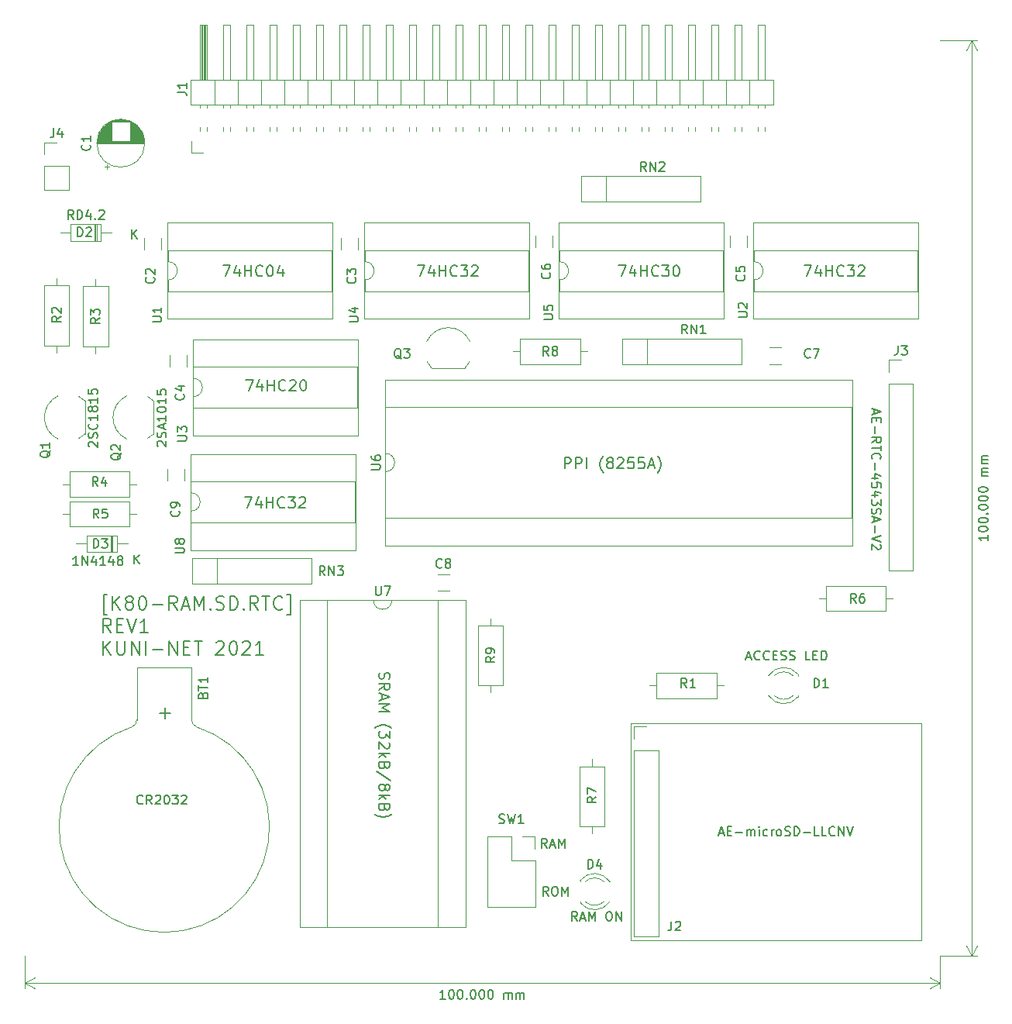
<source format=gto>
G04 #@! TF.GenerationSoftware,KiCad,Pcbnew,(5.1.4-0-10_14)*
G04 #@! TF.CreationDate,2021-08-29T16:46:43+09:00*
G04 #@! TF.ProjectId,PC8001-SD-8kRAM,50433830-3031-42d5-9344-2d386b52414d,rev?*
G04 #@! TF.SameCoordinates,Original*
G04 #@! TF.FileFunction,Legend,Top*
G04 #@! TF.FilePolarity,Positive*
%FSLAX46Y46*%
G04 Gerber Fmt 4.6, Leading zero omitted, Abs format (unit mm)*
G04 Created by KiCad (PCBNEW (5.1.4-0-10_14)) date 2021-08-29 16:46:43*
%MOMM*%
%LPD*%
G04 APERTURE LIST*
%ADD10C,0.150000*%
%ADD11C,0.200000*%
%ADD12C,0.120000*%
%ADD13O,1.802000X1.802000*%
%ADD14R,1.802000X1.802000*%
%ADD15O,1.702000X2.502000*%
%ADD16R,1.702000X2.502000*%
%ADD17O,1.702000X1.702000*%
%ADD18R,1.702000X1.702000*%
%ADD19C,1.702000*%
%ADD20O,2.502000X1.702000*%
%ADD21R,2.502000X1.702000*%
%ADD22R,1.602000X1.602000*%
%ADD23C,1.602000*%
%ADD24C,3.302000*%
%ADD25C,1.902000*%
%ADD26R,1.902000X1.902000*%
%ADD27O,1.602000X1.602000*%
%ADD28R,3.102000X3.102000*%
%ADD29C,3.102000*%
G04 APERTURE END LIST*
D10*
X193833333Y-100357142D02*
X193833333Y-100833333D01*
X193547619Y-100261904D02*
X194547619Y-100595238D01*
X193547619Y-100928571D01*
X194071428Y-101261904D02*
X194071428Y-101595238D01*
X193547619Y-101738095D02*
X193547619Y-101261904D01*
X194547619Y-101261904D01*
X194547619Y-101738095D01*
X193928571Y-102166666D02*
X193928571Y-102928571D01*
X193547619Y-103976190D02*
X194023809Y-103642857D01*
X193547619Y-103404761D02*
X194547619Y-103404761D01*
X194547619Y-103785714D01*
X194500000Y-103880952D01*
X194452380Y-103928571D01*
X194357142Y-103976190D01*
X194214285Y-103976190D01*
X194119047Y-103928571D01*
X194071428Y-103880952D01*
X194023809Y-103785714D01*
X194023809Y-103404761D01*
X194547619Y-104261904D02*
X194547619Y-104833333D01*
X193547619Y-104547619D02*
X194547619Y-104547619D01*
X193642857Y-105738095D02*
X193595238Y-105690476D01*
X193547619Y-105547619D01*
X193547619Y-105452380D01*
X193595238Y-105309523D01*
X193690476Y-105214285D01*
X193785714Y-105166666D01*
X193976190Y-105119047D01*
X194119047Y-105119047D01*
X194309523Y-105166666D01*
X194404761Y-105214285D01*
X194500000Y-105309523D01*
X194547619Y-105452380D01*
X194547619Y-105547619D01*
X194500000Y-105690476D01*
X194452380Y-105738095D01*
X193928571Y-106166666D02*
X193928571Y-106928571D01*
X194214285Y-107833333D02*
X193547619Y-107833333D01*
X194595238Y-107595238D02*
X193880952Y-107357142D01*
X193880952Y-107976190D01*
X194547619Y-108833333D02*
X194547619Y-108357142D01*
X194071428Y-108309523D01*
X194119047Y-108357142D01*
X194166666Y-108452380D01*
X194166666Y-108690476D01*
X194119047Y-108785714D01*
X194071428Y-108833333D01*
X193976190Y-108880952D01*
X193738095Y-108880952D01*
X193642857Y-108833333D01*
X193595238Y-108785714D01*
X193547619Y-108690476D01*
X193547619Y-108452380D01*
X193595238Y-108357142D01*
X193642857Y-108309523D01*
X194214285Y-109738095D02*
X193547619Y-109738095D01*
X194595238Y-109500000D02*
X193880952Y-109261904D01*
X193880952Y-109880952D01*
X194547619Y-110166666D02*
X194547619Y-110785714D01*
X194166666Y-110452380D01*
X194166666Y-110595238D01*
X194119047Y-110690476D01*
X194071428Y-110738095D01*
X193976190Y-110785714D01*
X193738095Y-110785714D01*
X193642857Y-110738095D01*
X193595238Y-110690476D01*
X193547619Y-110595238D01*
X193547619Y-110309523D01*
X193595238Y-110214285D01*
X193642857Y-110166666D01*
X193595238Y-111166666D02*
X193547619Y-111309523D01*
X193547619Y-111547619D01*
X193595238Y-111642857D01*
X193642857Y-111690476D01*
X193738095Y-111738095D01*
X193833333Y-111738095D01*
X193928571Y-111690476D01*
X193976190Y-111642857D01*
X194023809Y-111547619D01*
X194071428Y-111357142D01*
X194119047Y-111261904D01*
X194166666Y-111214285D01*
X194261904Y-111166666D01*
X194357142Y-111166666D01*
X194452380Y-111214285D01*
X194500000Y-111261904D01*
X194547619Y-111357142D01*
X194547619Y-111595238D01*
X194500000Y-111738095D01*
X193833333Y-112119047D02*
X193833333Y-112595238D01*
X193547619Y-112023809D02*
X194547619Y-112357142D01*
X193547619Y-112690476D01*
X193928571Y-113023809D02*
X193928571Y-113785714D01*
X194547619Y-114119047D02*
X193547619Y-114452380D01*
X194547619Y-114785714D01*
X194452380Y-115071428D02*
X194500000Y-115119047D01*
X194547619Y-115214285D01*
X194547619Y-115452380D01*
X194500000Y-115547619D01*
X194452380Y-115595238D01*
X194357142Y-115642857D01*
X194261904Y-115642857D01*
X194119047Y-115595238D01*
X193547619Y-115023809D01*
X193547619Y-115642857D01*
X113904761Y-143357142D02*
X113857142Y-143404761D01*
X113714285Y-143452380D01*
X113619047Y-143452380D01*
X113476190Y-143404761D01*
X113380952Y-143309523D01*
X113333333Y-143214285D01*
X113285714Y-143023809D01*
X113285714Y-142880952D01*
X113333333Y-142690476D01*
X113380952Y-142595238D01*
X113476190Y-142500000D01*
X113619047Y-142452380D01*
X113714285Y-142452380D01*
X113857142Y-142500000D01*
X113904761Y-142547619D01*
X114904761Y-143452380D02*
X114571428Y-142976190D01*
X114333333Y-143452380D02*
X114333333Y-142452380D01*
X114714285Y-142452380D01*
X114809523Y-142500000D01*
X114857142Y-142547619D01*
X114904761Y-142642857D01*
X114904761Y-142785714D01*
X114857142Y-142880952D01*
X114809523Y-142928571D01*
X114714285Y-142976190D01*
X114333333Y-142976190D01*
X115285714Y-142547619D02*
X115333333Y-142500000D01*
X115428571Y-142452380D01*
X115666666Y-142452380D01*
X115761904Y-142500000D01*
X115809523Y-142547619D01*
X115857142Y-142642857D01*
X115857142Y-142738095D01*
X115809523Y-142880952D01*
X115238095Y-143452380D01*
X115857142Y-143452380D01*
X116476190Y-142452380D02*
X116571428Y-142452380D01*
X116666666Y-142500000D01*
X116714285Y-142547619D01*
X116761904Y-142642857D01*
X116809523Y-142833333D01*
X116809523Y-143071428D01*
X116761904Y-143261904D01*
X116714285Y-143357142D01*
X116666666Y-143404761D01*
X116571428Y-143452380D01*
X116476190Y-143452380D01*
X116380952Y-143404761D01*
X116333333Y-143357142D01*
X116285714Y-143261904D01*
X116238095Y-143071428D01*
X116238095Y-142833333D01*
X116285714Y-142642857D01*
X116333333Y-142547619D01*
X116380952Y-142500000D01*
X116476190Y-142452380D01*
X117142857Y-142452380D02*
X117761904Y-142452380D01*
X117428571Y-142833333D01*
X117571428Y-142833333D01*
X117666666Y-142880952D01*
X117714285Y-142928571D01*
X117761904Y-143023809D01*
X117761904Y-143261904D01*
X117714285Y-143357142D01*
X117666666Y-143404761D01*
X117571428Y-143452380D01*
X117285714Y-143452380D01*
X117190476Y-143404761D01*
X117142857Y-143357142D01*
X118142857Y-142547619D02*
X118190476Y-142500000D01*
X118285714Y-142452380D01*
X118523809Y-142452380D01*
X118619047Y-142500000D01*
X118666666Y-142547619D01*
X118714285Y-142642857D01*
X118714285Y-142738095D01*
X118666666Y-142880952D01*
X118095238Y-143452380D01*
X118714285Y-143452380D01*
D11*
X125057142Y-109892857D02*
X125857142Y-109892857D01*
X125342857Y-111092857D01*
X126828571Y-110292857D02*
X126828571Y-111092857D01*
X126542857Y-109835714D02*
X126257142Y-110692857D01*
X127000000Y-110692857D01*
X127457142Y-111092857D02*
X127457142Y-109892857D01*
X127457142Y-110464285D02*
X128142857Y-110464285D01*
X128142857Y-111092857D02*
X128142857Y-109892857D01*
X129400000Y-110978571D02*
X129342857Y-111035714D01*
X129171428Y-111092857D01*
X129057142Y-111092857D01*
X128885714Y-111035714D01*
X128771428Y-110921428D01*
X128714285Y-110807142D01*
X128657142Y-110578571D01*
X128657142Y-110407142D01*
X128714285Y-110178571D01*
X128771428Y-110064285D01*
X128885714Y-109950000D01*
X129057142Y-109892857D01*
X129171428Y-109892857D01*
X129342857Y-109950000D01*
X129400000Y-110007142D01*
X129800000Y-109892857D02*
X130542857Y-109892857D01*
X130142857Y-110350000D01*
X130314285Y-110350000D01*
X130428571Y-110407142D01*
X130485714Y-110464285D01*
X130542857Y-110578571D01*
X130542857Y-110864285D01*
X130485714Y-110978571D01*
X130428571Y-111035714D01*
X130314285Y-111092857D01*
X129971428Y-111092857D01*
X129857142Y-111035714D01*
X129800000Y-110978571D01*
X131000000Y-110007142D02*
X131057142Y-109950000D01*
X131171428Y-109892857D01*
X131457142Y-109892857D01*
X131571428Y-109950000D01*
X131628571Y-110007142D01*
X131685714Y-110121428D01*
X131685714Y-110235714D01*
X131628571Y-110407142D01*
X130942857Y-111092857D01*
X131685714Y-111092857D01*
D10*
X206222380Y-114047619D02*
X206222380Y-114619047D01*
X206222380Y-114333333D02*
X205222380Y-114333333D01*
X205365238Y-114428571D01*
X205460476Y-114523809D01*
X205508095Y-114619047D01*
X205222380Y-113428571D02*
X205222380Y-113333333D01*
X205270000Y-113238095D01*
X205317619Y-113190476D01*
X205412857Y-113142857D01*
X205603333Y-113095238D01*
X205841428Y-113095238D01*
X206031904Y-113142857D01*
X206127142Y-113190476D01*
X206174761Y-113238095D01*
X206222380Y-113333333D01*
X206222380Y-113428571D01*
X206174761Y-113523809D01*
X206127142Y-113571428D01*
X206031904Y-113619047D01*
X205841428Y-113666666D01*
X205603333Y-113666666D01*
X205412857Y-113619047D01*
X205317619Y-113571428D01*
X205270000Y-113523809D01*
X205222380Y-113428571D01*
X205222380Y-112476190D02*
X205222380Y-112380952D01*
X205270000Y-112285714D01*
X205317619Y-112238095D01*
X205412857Y-112190476D01*
X205603333Y-112142857D01*
X205841428Y-112142857D01*
X206031904Y-112190476D01*
X206127142Y-112238095D01*
X206174761Y-112285714D01*
X206222380Y-112380952D01*
X206222380Y-112476190D01*
X206174761Y-112571428D01*
X206127142Y-112619047D01*
X206031904Y-112666666D01*
X205841428Y-112714285D01*
X205603333Y-112714285D01*
X205412857Y-112666666D01*
X205317619Y-112619047D01*
X205270000Y-112571428D01*
X205222380Y-112476190D01*
X206127142Y-111714285D02*
X206174761Y-111666666D01*
X206222380Y-111714285D01*
X206174761Y-111761904D01*
X206127142Y-111714285D01*
X206222380Y-111714285D01*
X205222380Y-111047619D02*
X205222380Y-110952380D01*
X205270000Y-110857142D01*
X205317619Y-110809523D01*
X205412857Y-110761904D01*
X205603333Y-110714285D01*
X205841428Y-110714285D01*
X206031904Y-110761904D01*
X206127142Y-110809523D01*
X206174761Y-110857142D01*
X206222380Y-110952380D01*
X206222380Y-111047619D01*
X206174761Y-111142857D01*
X206127142Y-111190476D01*
X206031904Y-111238095D01*
X205841428Y-111285714D01*
X205603333Y-111285714D01*
X205412857Y-111238095D01*
X205317619Y-111190476D01*
X205270000Y-111142857D01*
X205222380Y-111047619D01*
X205222380Y-110095238D02*
X205222380Y-110000000D01*
X205270000Y-109904761D01*
X205317619Y-109857142D01*
X205412857Y-109809523D01*
X205603333Y-109761904D01*
X205841428Y-109761904D01*
X206031904Y-109809523D01*
X206127142Y-109857142D01*
X206174761Y-109904761D01*
X206222380Y-110000000D01*
X206222380Y-110095238D01*
X206174761Y-110190476D01*
X206127142Y-110238095D01*
X206031904Y-110285714D01*
X205841428Y-110333333D01*
X205603333Y-110333333D01*
X205412857Y-110285714D01*
X205317619Y-110238095D01*
X205270000Y-110190476D01*
X205222380Y-110095238D01*
X205222380Y-109142857D02*
X205222380Y-109047619D01*
X205270000Y-108952380D01*
X205317619Y-108904761D01*
X205412857Y-108857142D01*
X205603333Y-108809523D01*
X205841428Y-108809523D01*
X206031904Y-108857142D01*
X206127142Y-108904761D01*
X206174761Y-108952380D01*
X206222380Y-109047619D01*
X206222380Y-109142857D01*
X206174761Y-109238095D01*
X206127142Y-109285714D01*
X206031904Y-109333333D01*
X205841428Y-109380952D01*
X205603333Y-109380952D01*
X205412857Y-109333333D01*
X205317619Y-109285714D01*
X205270000Y-109238095D01*
X205222380Y-109142857D01*
X206222380Y-107619047D02*
X205555714Y-107619047D01*
X205650952Y-107619047D02*
X205603333Y-107571428D01*
X205555714Y-107476190D01*
X205555714Y-107333333D01*
X205603333Y-107238095D01*
X205698571Y-107190476D01*
X206222380Y-107190476D01*
X205698571Y-107190476D02*
X205603333Y-107142857D01*
X205555714Y-107047619D01*
X205555714Y-106904761D01*
X205603333Y-106809523D01*
X205698571Y-106761904D01*
X206222380Y-106761904D01*
X206222380Y-106285714D02*
X205555714Y-106285714D01*
X205650952Y-106285714D02*
X205603333Y-106238095D01*
X205555714Y-106142857D01*
X205555714Y-106000000D01*
X205603333Y-105904761D01*
X205698571Y-105857142D01*
X206222380Y-105857142D01*
X205698571Y-105857142D02*
X205603333Y-105809523D01*
X205555714Y-105714285D01*
X205555714Y-105571428D01*
X205603333Y-105476190D01*
X205698571Y-105428571D01*
X206222380Y-105428571D01*
D12*
X204500000Y-160000000D02*
X204500000Y-60000000D01*
X201000000Y-160000000D02*
X205086421Y-160000000D01*
X201000000Y-60000000D02*
X205086421Y-60000000D01*
X204500000Y-60000000D02*
X205086421Y-61126504D01*
X204500000Y-60000000D02*
X203913579Y-61126504D01*
X204500000Y-160000000D02*
X205086421Y-158873496D01*
X204500000Y-160000000D02*
X203913579Y-158873496D01*
D10*
X146952380Y-164722380D02*
X146380952Y-164722380D01*
X146666666Y-164722380D02*
X146666666Y-163722380D01*
X146571428Y-163865238D01*
X146476190Y-163960476D01*
X146380952Y-164008095D01*
X147571428Y-163722380D02*
X147666666Y-163722380D01*
X147761904Y-163770000D01*
X147809523Y-163817619D01*
X147857142Y-163912857D01*
X147904761Y-164103333D01*
X147904761Y-164341428D01*
X147857142Y-164531904D01*
X147809523Y-164627142D01*
X147761904Y-164674761D01*
X147666666Y-164722380D01*
X147571428Y-164722380D01*
X147476190Y-164674761D01*
X147428571Y-164627142D01*
X147380952Y-164531904D01*
X147333333Y-164341428D01*
X147333333Y-164103333D01*
X147380952Y-163912857D01*
X147428571Y-163817619D01*
X147476190Y-163770000D01*
X147571428Y-163722380D01*
X148523809Y-163722380D02*
X148619047Y-163722380D01*
X148714285Y-163770000D01*
X148761904Y-163817619D01*
X148809523Y-163912857D01*
X148857142Y-164103333D01*
X148857142Y-164341428D01*
X148809523Y-164531904D01*
X148761904Y-164627142D01*
X148714285Y-164674761D01*
X148619047Y-164722380D01*
X148523809Y-164722380D01*
X148428571Y-164674761D01*
X148380952Y-164627142D01*
X148333333Y-164531904D01*
X148285714Y-164341428D01*
X148285714Y-164103333D01*
X148333333Y-163912857D01*
X148380952Y-163817619D01*
X148428571Y-163770000D01*
X148523809Y-163722380D01*
X149285714Y-164627142D02*
X149333333Y-164674761D01*
X149285714Y-164722380D01*
X149238095Y-164674761D01*
X149285714Y-164627142D01*
X149285714Y-164722380D01*
X149952380Y-163722380D02*
X150047619Y-163722380D01*
X150142857Y-163770000D01*
X150190476Y-163817619D01*
X150238095Y-163912857D01*
X150285714Y-164103333D01*
X150285714Y-164341428D01*
X150238095Y-164531904D01*
X150190476Y-164627142D01*
X150142857Y-164674761D01*
X150047619Y-164722380D01*
X149952380Y-164722380D01*
X149857142Y-164674761D01*
X149809523Y-164627142D01*
X149761904Y-164531904D01*
X149714285Y-164341428D01*
X149714285Y-164103333D01*
X149761904Y-163912857D01*
X149809523Y-163817619D01*
X149857142Y-163770000D01*
X149952380Y-163722380D01*
X150904761Y-163722380D02*
X151000000Y-163722380D01*
X151095238Y-163770000D01*
X151142857Y-163817619D01*
X151190476Y-163912857D01*
X151238095Y-164103333D01*
X151238095Y-164341428D01*
X151190476Y-164531904D01*
X151142857Y-164627142D01*
X151095238Y-164674761D01*
X151000000Y-164722380D01*
X150904761Y-164722380D01*
X150809523Y-164674761D01*
X150761904Y-164627142D01*
X150714285Y-164531904D01*
X150666666Y-164341428D01*
X150666666Y-164103333D01*
X150714285Y-163912857D01*
X150761904Y-163817619D01*
X150809523Y-163770000D01*
X150904761Y-163722380D01*
X151857142Y-163722380D02*
X151952380Y-163722380D01*
X152047619Y-163770000D01*
X152095238Y-163817619D01*
X152142857Y-163912857D01*
X152190476Y-164103333D01*
X152190476Y-164341428D01*
X152142857Y-164531904D01*
X152095238Y-164627142D01*
X152047619Y-164674761D01*
X151952380Y-164722380D01*
X151857142Y-164722380D01*
X151761904Y-164674761D01*
X151714285Y-164627142D01*
X151666666Y-164531904D01*
X151619047Y-164341428D01*
X151619047Y-164103333D01*
X151666666Y-163912857D01*
X151714285Y-163817619D01*
X151761904Y-163770000D01*
X151857142Y-163722380D01*
X153380952Y-164722380D02*
X153380952Y-164055714D01*
X153380952Y-164150952D02*
X153428571Y-164103333D01*
X153523809Y-164055714D01*
X153666666Y-164055714D01*
X153761904Y-164103333D01*
X153809523Y-164198571D01*
X153809523Y-164722380D01*
X153809523Y-164198571D02*
X153857142Y-164103333D01*
X153952380Y-164055714D01*
X154095238Y-164055714D01*
X154190476Y-164103333D01*
X154238095Y-164198571D01*
X154238095Y-164722380D01*
X154714285Y-164722380D02*
X154714285Y-164055714D01*
X154714285Y-164150952D02*
X154761904Y-164103333D01*
X154857142Y-164055714D01*
X155000000Y-164055714D01*
X155095238Y-164103333D01*
X155142857Y-164198571D01*
X155142857Y-164722380D01*
X155142857Y-164198571D02*
X155190476Y-164103333D01*
X155285714Y-164055714D01*
X155428571Y-164055714D01*
X155523809Y-164103333D01*
X155571428Y-164198571D01*
X155571428Y-164722380D01*
D12*
X101000000Y-163000000D02*
X201000000Y-163000000D01*
X101000000Y-160000000D02*
X101000000Y-163586421D01*
X201000000Y-160000000D02*
X201000000Y-163586421D01*
X201000000Y-163000000D02*
X199873496Y-163586421D01*
X201000000Y-163000000D02*
X199873496Y-162413579D01*
X101000000Y-163000000D02*
X102126504Y-163586421D01*
X101000000Y-163000000D02*
X102126504Y-162413579D01*
D10*
X158214285Y-153452380D02*
X157880952Y-152976190D01*
X157642857Y-153452380D02*
X157642857Y-152452380D01*
X158023809Y-152452380D01*
X158119047Y-152500000D01*
X158166666Y-152547619D01*
X158214285Y-152642857D01*
X158214285Y-152785714D01*
X158166666Y-152880952D01*
X158119047Y-152928571D01*
X158023809Y-152976190D01*
X157642857Y-152976190D01*
X158833333Y-152452380D02*
X159023809Y-152452380D01*
X159119047Y-152500000D01*
X159214285Y-152595238D01*
X159261904Y-152785714D01*
X159261904Y-153119047D01*
X159214285Y-153309523D01*
X159119047Y-153404761D01*
X159023809Y-153452380D01*
X158833333Y-153452380D01*
X158738095Y-153404761D01*
X158642857Y-153309523D01*
X158595238Y-153119047D01*
X158595238Y-152785714D01*
X158642857Y-152595238D01*
X158738095Y-152500000D01*
X158833333Y-152452380D01*
X159690476Y-153452380D02*
X159690476Y-152452380D01*
X160023809Y-153166666D01*
X160357142Y-152452380D01*
X160357142Y-153452380D01*
X158059523Y-148202380D02*
X157726190Y-147726190D01*
X157488095Y-148202380D02*
X157488095Y-147202380D01*
X157869047Y-147202380D01*
X157964285Y-147250000D01*
X158011904Y-147297619D01*
X158059523Y-147392857D01*
X158059523Y-147535714D01*
X158011904Y-147630952D01*
X157964285Y-147678571D01*
X157869047Y-147726190D01*
X157488095Y-147726190D01*
X158440476Y-147916666D02*
X158916666Y-147916666D01*
X158345238Y-148202380D02*
X158678571Y-147202380D01*
X159011904Y-148202380D01*
X159345238Y-148202380D02*
X159345238Y-147202380D01*
X159678571Y-147916666D01*
X160011904Y-147202380D01*
X160011904Y-148202380D01*
X106857142Y-117352380D02*
X106285714Y-117352380D01*
X106571428Y-117352380D02*
X106571428Y-116352380D01*
X106476190Y-116495238D01*
X106380952Y-116590476D01*
X106285714Y-116638095D01*
X107285714Y-117352380D02*
X107285714Y-116352380D01*
X107857142Y-117352380D01*
X107857142Y-116352380D01*
X108761904Y-116685714D02*
X108761904Y-117352380D01*
X108523809Y-116304761D02*
X108285714Y-117019047D01*
X108904761Y-117019047D01*
X109809523Y-117352380D02*
X109238095Y-117352380D01*
X109523809Y-117352380D02*
X109523809Y-116352380D01*
X109428571Y-116495238D01*
X109333333Y-116590476D01*
X109238095Y-116638095D01*
X110666666Y-116685714D02*
X110666666Y-117352380D01*
X110428571Y-116304761D02*
X110190476Y-117019047D01*
X110809523Y-117019047D01*
X111333333Y-116780952D02*
X111238095Y-116733333D01*
X111190476Y-116685714D01*
X111142857Y-116590476D01*
X111142857Y-116542857D01*
X111190476Y-116447619D01*
X111238095Y-116400000D01*
X111333333Y-116352380D01*
X111523809Y-116352380D01*
X111619047Y-116400000D01*
X111666666Y-116447619D01*
X111714285Y-116542857D01*
X111714285Y-116590476D01*
X111666666Y-116685714D01*
X111619047Y-116733333D01*
X111523809Y-116780952D01*
X111333333Y-116780952D01*
X111238095Y-116828571D01*
X111190476Y-116876190D01*
X111142857Y-116971428D01*
X111142857Y-117161904D01*
X111190476Y-117257142D01*
X111238095Y-117304761D01*
X111333333Y-117352380D01*
X111523809Y-117352380D01*
X111619047Y-117304761D01*
X111666666Y-117257142D01*
X111714285Y-117161904D01*
X111714285Y-116971428D01*
X111666666Y-116876190D01*
X111619047Y-116828571D01*
X111523809Y-116780952D01*
X115547619Y-104345238D02*
X115500000Y-104297619D01*
X115452380Y-104202380D01*
X115452380Y-103964285D01*
X115500000Y-103869047D01*
X115547619Y-103821428D01*
X115642857Y-103773809D01*
X115738095Y-103773809D01*
X115880952Y-103821428D01*
X116452380Y-104392857D01*
X116452380Y-103773809D01*
X116404761Y-103392857D02*
X116452380Y-103250000D01*
X116452380Y-103011904D01*
X116404761Y-102916666D01*
X116357142Y-102869047D01*
X116261904Y-102821428D01*
X116166666Y-102821428D01*
X116071428Y-102869047D01*
X116023809Y-102916666D01*
X115976190Y-103011904D01*
X115928571Y-103202380D01*
X115880952Y-103297619D01*
X115833333Y-103345238D01*
X115738095Y-103392857D01*
X115642857Y-103392857D01*
X115547619Y-103345238D01*
X115500000Y-103297619D01*
X115452380Y-103202380D01*
X115452380Y-102964285D01*
X115500000Y-102821428D01*
X116166666Y-102440476D02*
X116166666Y-101964285D01*
X116452380Y-102535714D02*
X115452380Y-102202380D01*
X116452380Y-101869047D01*
X116452380Y-101011904D02*
X116452380Y-101583333D01*
X116452380Y-101297619D02*
X115452380Y-101297619D01*
X115595238Y-101392857D01*
X115690476Y-101488095D01*
X115738095Y-101583333D01*
X115452380Y-100392857D02*
X115452380Y-100297619D01*
X115500000Y-100202380D01*
X115547619Y-100154761D01*
X115642857Y-100107142D01*
X115833333Y-100059523D01*
X116071428Y-100059523D01*
X116261904Y-100107142D01*
X116357142Y-100154761D01*
X116404761Y-100202380D01*
X116452380Y-100297619D01*
X116452380Y-100392857D01*
X116404761Y-100488095D01*
X116357142Y-100535714D01*
X116261904Y-100583333D01*
X116071428Y-100630952D01*
X115833333Y-100630952D01*
X115642857Y-100583333D01*
X115547619Y-100535714D01*
X115500000Y-100488095D01*
X115452380Y-100392857D01*
X116452380Y-99107142D02*
X116452380Y-99678571D01*
X116452380Y-99392857D02*
X115452380Y-99392857D01*
X115595238Y-99488095D01*
X115690476Y-99583333D01*
X115738095Y-99678571D01*
X115452380Y-98202380D02*
X115452380Y-98678571D01*
X115928571Y-98726190D01*
X115880952Y-98678571D01*
X115833333Y-98583333D01*
X115833333Y-98345238D01*
X115880952Y-98250000D01*
X115928571Y-98202380D01*
X116023809Y-98154761D01*
X116261904Y-98154761D01*
X116357142Y-98202380D01*
X116404761Y-98250000D01*
X116452380Y-98345238D01*
X116452380Y-98583333D01*
X116404761Y-98678571D01*
X116357142Y-98726190D01*
X108047619Y-104416666D02*
X108000000Y-104369047D01*
X107952380Y-104273809D01*
X107952380Y-104035714D01*
X108000000Y-103940476D01*
X108047619Y-103892857D01*
X108142857Y-103845238D01*
X108238095Y-103845238D01*
X108380952Y-103892857D01*
X108952380Y-104464285D01*
X108952380Y-103845238D01*
X108904761Y-103464285D02*
X108952380Y-103321428D01*
X108952380Y-103083333D01*
X108904761Y-102988095D01*
X108857142Y-102940476D01*
X108761904Y-102892857D01*
X108666666Y-102892857D01*
X108571428Y-102940476D01*
X108523809Y-102988095D01*
X108476190Y-103083333D01*
X108428571Y-103273809D01*
X108380952Y-103369047D01*
X108333333Y-103416666D01*
X108238095Y-103464285D01*
X108142857Y-103464285D01*
X108047619Y-103416666D01*
X108000000Y-103369047D01*
X107952380Y-103273809D01*
X107952380Y-103035714D01*
X108000000Y-102892857D01*
X108857142Y-101892857D02*
X108904761Y-101940476D01*
X108952380Y-102083333D01*
X108952380Y-102178571D01*
X108904761Y-102321428D01*
X108809523Y-102416666D01*
X108714285Y-102464285D01*
X108523809Y-102511904D01*
X108380952Y-102511904D01*
X108190476Y-102464285D01*
X108095238Y-102416666D01*
X108000000Y-102321428D01*
X107952380Y-102178571D01*
X107952380Y-102083333D01*
X108000000Y-101940476D01*
X108047619Y-101892857D01*
X108952380Y-100940476D02*
X108952380Y-101511904D01*
X108952380Y-101226190D02*
X107952380Y-101226190D01*
X108095238Y-101321428D01*
X108190476Y-101416666D01*
X108238095Y-101511904D01*
X108380952Y-100369047D02*
X108333333Y-100464285D01*
X108285714Y-100511904D01*
X108190476Y-100559523D01*
X108142857Y-100559523D01*
X108047619Y-100511904D01*
X108000000Y-100464285D01*
X107952380Y-100369047D01*
X107952380Y-100178571D01*
X108000000Y-100083333D01*
X108047619Y-100035714D01*
X108142857Y-99988095D01*
X108190476Y-99988095D01*
X108285714Y-100035714D01*
X108333333Y-100083333D01*
X108380952Y-100178571D01*
X108380952Y-100369047D01*
X108428571Y-100464285D01*
X108476190Y-100511904D01*
X108571428Y-100559523D01*
X108761904Y-100559523D01*
X108857142Y-100511904D01*
X108904761Y-100464285D01*
X108952380Y-100369047D01*
X108952380Y-100178571D01*
X108904761Y-100083333D01*
X108857142Y-100035714D01*
X108761904Y-99988095D01*
X108571428Y-99988095D01*
X108476190Y-100035714D01*
X108428571Y-100083333D01*
X108380952Y-100178571D01*
X108952380Y-99035714D02*
X108952380Y-99607142D01*
X108952380Y-99321428D02*
X107952380Y-99321428D01*
X108095238Y-99416666D01*
X108190476Y-99511904D01*
X108238095Y-99607142D01*
X107952380Y-98130952D02*
X107952380Y-98607142D01*
X108428571Y-98654761D01*
X108380952Y-98607142D01*
X108333333Y-98511904D01*
X108333333Y-98273809D01*
X108380952Y-98178571D01*
X108428571Y-98130952D01*
X108523809Y-98083333D01*
X108761904Y-98083333D01*
X108857142Y-98130952D01*
X108904761Y-98178571D01*
X108952380Y-98273809D01*
X108952380Y-98511904D01*
X108904761Y-98607142D01*
X108857142Y-98654761D01*
X106319047Y-79552380D02*
X105985714Y-79076190D01*
X105747619Y-79552380D02*
X105747619Y-78552380D01*
X106128571Y-78552380D01*
X106223809Y-78600000D01*
X106271428Y-78647619D01*
X106319047Y-78742857D01*
X106319047Y-78885714D01*
X106271428Y-78980952D01*
X106223809Y-79028571D01*
X106128571Y-79076190D01*
X105747619Y-79076190D01*
X106747619Y-79552380D02*
X106747619Y-78552380D01*
X106985714Y-78552380D01*
X107128571Y-78600000D01*
X107223809Y-78695238D01*
X107271428Y-78790476D01*
X107319047Y-78980952D01*
X107319047Y-79123809D01*
X107271428Y-79314285D01*
X107223809Y-79409523D01*
X107128571Y-79504761D01*
X106985714Y-79552380D01*
X106747619Y-79552380D01*
X108176190Y-78885714D02*
X108176190Y-79552380D01*
X107938095Y-78504761D02*
X107700000Y-79219047D01*
X108319047Y-79219047D01*
X108700000Y-79457142D02*
X108747619Y-79504761D01*
X108700000Y-79552380D01*
X108652380Y-79504761D01*
X108700000Y-79457142D01*
X108700000Y-79552380D01*
X109128571Y-78647619D02*
X109176190Y-78600000D01*
X109271428Y-78552380D01*
X109509523Y-78552380D01*
X109604761Y-78600000D01*
X109652380Y-78647619D01*
X109700000Y-78742857D01*
X109700000Y-78838095D01*
X109652380Y-78980952D01*
X109080952Y-79552380D01*
X109700000Y-79552380D01*
D11*
X186157142Y-84592857D02*
X186957142Y-84592857D01*
X186442857Y-85792857D01*
X187928571Y-84992857D02*
X187928571Y-85792857D01*
X187642857Y-84535714D02*
X187357142Y-85392857D01*
X188100000Y-85392857D01*
X188557142Y-85792857D02*
X188557142Y-84592857D01*
X188557142Y-85164285D02*
X189242857Y-85164285D01*
X189242857Y-85792857D02*
X189242857Y-84592857D01*
X190500000Y-85678571D02*
X190442857Y-85735714D01*
X190271428Y-85792857D01*
X190157142Y-85792857D01*
X189985714Y-85735714D01*
X189871428Y-85621428D01*
X189814285Y-85507142D01*
X189757142Y-85278571D01*
X189757142Y-85107142D01*
X189814285Y-84878571D01*
X189871428Y-84764285D01*
X189985714Y-84650000D01*
X190157142Y-84592857D01*
X190271428Y-84592857D01*
X190442857Y-84650000D01*
X190500000Y-84707142D01*
X190900000Y-84592857D02*
X191642857Y-84592857D01*
X191242857Y-85050000D01*
X191414285Y-85050000D01*
X191528571Y-85107142D01*
X191585714Y-85164285D01*
X191642857Y-85278571D01*
X191642857Y-85564285D01*
X191585714Y-85678571D01*
X191528571Y-85735714D01*
X191414285Y-85792857D01*
X191071428Y-85792857D01*
X190957142Y-85735714D01*
X190900000Y-85678571D01*
X192100000Y-84707142D02*
X192157142Y-84650000D01*
X192271428Y-84592857D01*
X192557142Y-84592857D01*
X192671428Y-84650000D01*
X192728571Y-84707142D01*
X192785714Y-84821428D01*
X192785714Y-84935714D01*
X192728571Y-85107142D01*
X192042857Y-85792857D01*
X192785714Y-85792857D01*
X165907142Y-84592857D02*
X166707142Y-84592857D01*
X166192857Y-85792857D01*
X167678571Y-84992857D02*
X167678571Y-85792857D01*
X167392857Y-84535714D02*
X167107142Y-85392857D01*
X167850000Y-85392857D01*
X168307142Y-85792857D02*
X168307142Y-84592857D01*
X168307142Y-85164285D02*
X168992857Y-85164285D01*
X168992857Y-85792857D02*
X168992857Y-84592857D01*
X170250000Y-85678571D02*
X170192857Y-85735714D01*
X170021428Y-85792857D01*
X169907142Y-85792857D01*
X169735714Y-85735714D01*
X169621428Y-85621428D01*
X169564285Y-85507142D01*
X169507142Y-85278571D01*
X169507142Y-85107142D01*
X169564285Y-84878571D01*
X169621428Y-84764285D01*
X169735714Y-84650000D01*
X169907142Y-84592857D01*
X170021428Y-84592857D01*
X170192857Y-84650000D01*
X170250000Y-84707142D01*
X170650000Y-84592857D02*
X171392857Y-84592857D01*
X170992857Y-85050000D01*
X171164285Y-85050000D01*
X171278571Y-85107142D01*
X171335714Y-85164285D01*
X171392857Y-85278571D01*
X171392857Y-85564285D01*
X171335714Y-85678571D01*
X171278571Y-85735714D01*
X171164285Y-85792857D01*
X170821428Y-85792857D01*
X170707142Y-85735714D01*
X170650000Y-85678571D01*
X172135714Y-84592857D02*
X172250000Y-84592857D01*
X172364285Y-84650000D01*
X172421428Y-84707142D01*
X172478571Y-84821428D01*
X172535714Y-85050000D01*
X172535714Y-85335714D01*
X172478571Y-85564285D01*
X172421428Y-85678571D01*
X172364285Y-85735714D01*
X172250000Y-85792857D01*
X172135714Y-85792857D01*
X172021428Y-85735714D01*
X171964285Y-85678571D01*
X171907142Y-85564285D01*
X171850000Y-85335714D01*
X171850000Y-85050000D01*
X171907142Y-84821428D01*
X171964285Y-84707142D01*
X172021428Y-84650000D01*
X172135714Y-84592857D01*
X143907142Y-84592857D02*
X144707142Y-84592857D01*
X144192857Y-85792857D01*
X145678571Y-84992857D02*
X145678571Y-85792857D01*
X145392857Y-84535714D02*
X145107142Y-85392857D01*
X145850000Y-85392857D01*
X146307142Y-85792857D02*
X146307142Y-84592857D01*
X146307142Y-85164285D02*
X146992857Y-85164285D01*
X146992857Y-85792857D02*
X146992857Y-84592857D01*
X148250000Y-85678571D02*
X148192857Y-85735714D01*
X148021428Y-85792857D01*
X147907142Y-85792857D01*
X147735714Y-85735714D01*
X147621428Y-85621428D01*
X147564285Y-85507142D01*
X147507142Y-85278571D01*
X147507142Y-85107142D01*
X147564285Y-84878571D01*
X147621428Y-84764285D01*
X147735714Y-84650000D01*
X147907142Y-84592857D01*
X148021428Y-84592857D01*
X148192857Y-84650000D01*
X148250000Y-84707142D01*
X148650000Y-84592857D02*
X149392857Y-84592857D01*
X148992857Y-85050000D01*
X149164285Y-85050000D01*
X149278571Y-85107142D01*
X149335714Y-85164285D01*
X149392857Y-85278571D01*
X149392857Y-85564285D01*
X149335714Y-85678571D01*
X149278571Y-85735714D01*
X149164285Y-85792857D01*
X148821428Y-85792857D01*
X148707142Y-85735714D01*
X148650000Y-85678571D01*
X149850000Y-84707142D02*
X149907142Y-84650000D01*
X150021428Y-84592857D01*
X150307142Y-84592857D01*
X150421428Y-84650000D01*
X150478571Y-84707142D01*
X150535714Y-84821428D01*
X150535714Y-84935714D01*
X150478571Y-85107142D01*
X149792857Y-85792857D01*
X150535714Y-85792857D01*
X122657142Y-84592857D02*
X123457142Y-84592857D01*
X122942857Y-85792857D01*
X124428571Y-84992857D02*
X124428571Y-85792857D01*
X124142857Y-84535714D02*
X123857142Y-85392857D01*
X124600000Y-85392857D01*
X125057142Y-85792857D02*
X125057142Y-84592857D01*
X125057142Y-85164285D02*
X125742857Y-85164285D01*
X125742857Y-85792857D02*
X125742857Y-84592857D01*
X127000000Y-85678571D02*
X126942857Y-85735714D01*
X126771428Y-85792857D01*
X126657142Y-85792857D01*
X126485714Y-85735714D01*
X126371428Y-85621428D01*
X126314285Y-85507142D01*
X126257142Y-85278571D01*
X126257142Y-85107142D01*
X126314285Y-84878571D01*
X126371428Y-84764285D01*
X126485714Y-84650000D01*
X126657142Y-84592857D01*
X126771428Y-84592857D01*
X126942857Y-84650000D01*
X127000000Y-84707142D01*
X127742857Y-84592857D02*
X127857142Y-84592857D01*
X127971428Y-84650000D01*
X128028571Y-84707142D01*
X128085714Y-84821428D01*
X128142857Y-85050000D01*
X128142857Y-85335714D01*
X128085714Y-85564285D01*
X128028571Y-85678571D01*
X127971428Y-85735714D01*
X127857142Y-85792857D01*
X127742857Y-85792857D01*
X127628571Y-85735714D01*
X127571428Y-85678571D01*
X127514285Y-85564285D01*
X127457142Y-85335714D01*
X127457142Y-85050000D01*
X127514285Y-84821428D01*
X127571428Y-84707142D01*
X127628571Y-84650000D01*
X127742857Y-84592857D01*
X129171428Y-84992857D02*
X129171428Y-85792857D01*
X128885714Y-84535714D02*
X128600000Y-85392857D01*
X129342857Y-85392857D01*
X125157142Y-97092857D02*
X125957142Y-97092857D01*
X125442857Y-98292857D01*
X126928571Y-97492857D02*
X126928571Y-98292857D01*
X126642857Y-97035714D02*
X126357142Y-97892857D01*
X127100000Y-97892857D01*
X127557142Y-98292857D02*
X127557142Y-97092857D01*
X127557142Y-97664285D02*
X128242857Y-97664285D01*
X128242857Y-98292857D02*
X128242857Y-97092857D01*
X129500000Y-98178571D02*
X129442857Y-98235714D01*
X129271428Y-98292857D01*
X129157142Y-98292857D01*
X128985714Y-98235714D01*
X128871428Y-98121428D01*
X128814285Y-98007142D01*
X128757142Y-97778571D01*
X128757142Y-97607142D01*
X128814285Y-97378571D01*
X128871428Y-97264285D01*
X128985714Y-97150000D01*
X129157142Y-97092857D01*
X129271428Y-97092857D01*
X129442857Y-97150000D01*
X129500000Y-97207142D01*
X129957142Y-97207142D02*
X130014285Y-97150000D01*
X130128571Y-97092857D01*
X130414285Y-97092857D01*
X130528571Y-97150000D01*
X130585714Y-97207142D01*
X130642857Y-97321428D01*
X130642857Y-97435714D01*
X130585714Y-97607142D01*
X129900000Y-98292857D01*
X130642857Y-98292857D01*
X131385714Y-97092857D02*
X131500000Y-97092857D01*
X131614285Y-97150000D01*
X131671428Y-97207142D01*
X131728571Y-97321428D01*
X131785714Y-97550000D01*
X131785714Y-97835714D01*
X131728571Y-98064285D01*
X131671428Y-98178571D01*
X131614285Y-98235714D01*
X131500000Y-98292857D01*
X131385714Y-98292857D01*
X131271428Y-98235714D01*
X131214285Y-98178571D01*
X131157142Y-98064285D01*
X131100000Y-97835714D01*
X131100000Y-97550000D01*
X131157142Y-97321428D01*
X131214285Y-97207142D01*
X131271428Y-97150000D01*
X131385714Y-97092857D01*
X159992857Y-106792857D02*
X159992857Y-105592857D01*
X160450000Y-105592857D01*
X160564285Y-105650000D01*
X160621428Y-105707142D01*
X160678571Y-105821428D01*
X160678571Y-105992857D01*
X160621428Y-106107142D01*
X160564285Y-106164285D01*
X160450000Y-106221428D01*
X159992857Y-106221428D01*
X161192857Y-106792857D02*
X161192857Y-105592857D01*
X161650000Y-105592857D01*
X161764285Y-105650000D01*
X161821428Y-105707142D01*
X161878571Y-105821428D01*
X161878571Y-105992857D01*
X161821428Y-106107142D01*
X161764285Y-106164285D01*
X161650000Y-106221428D01*
X161192857Y-106221428D01*
X162392857Y-106792857D02*
X162392857Y-105592857D01*
X164221428Y-107250000D02*
X164164285Y-107192857D01*
X164050000Y-107021428D01*
X163992857Y-106907142D01*
X163935714Y-106735714D01*
X163878571Y-106450000D01*
X163878571Y-106221428D01*
X163935714Y-105935714D01*
X163992857Y-105764285D01*
X164050000Y-105650000D01*
X164164285Y-105478571D01*
X164221428Y-105421428D01*
X164850000Y-106107142D02*
X164735714Y-106050000D01*
X164678571Y-105992857D01*
X164621428Y-105878571D01*
X164621428Y-105821428D01*
X164678571Y-105707142D01*
X164735714Y-105650000D01*
X164850000Y-105592857D01*
X165078571Y-105592857D01*
X165192857Y-105650000D01*
X165250000Y-105707142D01*
X165307142Y-105821428D01*
X165307142Y-105878571D01*
X165250000Y-105992857D01*
X165192857Y-106050000D01*
X165078571Y-106107142D01*
X164850000Y-106107142D01*
X164735714Y-106164285D01*
X164678571Y-106221428D01*
X164621428Y-106335714D01*
X164621428Y-106564285D01*
X164678571Y-106678571D01*
X164735714Y-106735714D01*
X164850000Y-106792857D01*
X165078571Y-106792857D01*
X165192857Y-106735714D01*
X165250000Y-106678571D01*
X165307142Y-106564285D01*
X165307142Y-106335714D01*
X165250000Y-106221428D01*
X165192857Y-106164285D01*
X165078571Y-106107142D01*
X165764285Y-105707142D02*
X165821428Y-105650000D01*
X165935714Y-105592857D01*
X166221428Y-105592857D01*
X166335714Y-105650000D01*
X166392857Y-105707142D01*
X166450000Y-105821428D01*
X166450000Y-105935714D01*
X166392857Y-106107142D01*
X165707142Y-106792857D01*
X166450000Y-106792857D01*
X167535714Y-105592857D02*
X166964285Y-105592857D01*
X166907142Y-106164285D01*
X166964285Y-106107142D01*
X167078571Y-106050000D01*
X167364285Y-106050000D01*
X167478571Y-106107142D01*
X167535714Y-106164285D01*
X167592857Y-106278571D01*
X167592857Y-106564285D01*
X167535714Y-106678571D01*
X167478571Y-106735714D01*
X167364285Y-106792857D01*
X167078571Y-106792857D01*
X166964285Y-106735714D01*
X166907142Y-106678571D01*
X168678571Y-105592857D02*
X168107142Y-105592857D01*
X168050000Y-106164285D01*
X168107142Y-106107142D01*
X168221428Y-106050000D01*
X168507142Y-106050000D01*
X168621428Y-106107142D01*
X168678571Y-106164285D01*
X168735714Y-106278571D01*
X168735714Y-106564285D01*
X168678571Y-106678571D01*
X168621428Y-106735714D01*
X168507142Y-106792857D01*
X168221428Y-106792857D01*
X168107142Y-106735714D01*
X168050000Y-106678571D01*
X169192857Y-106450000D02*
X169764285Y-106450000D01*
X169078571Y-106792857D02*
X169478571Y-105592857D01*
X169878571Y-106792857D01*
X170164285Y-107250000D02*
X170221428Y-107192857D01*
X170335714Y-107021428D01*
X170392857Y-106907142D01*
X170450000Y-106735714D01*
X170507142Y-106450000D01*
X170507142Y-106221428D01*
X170450000Y-105935714D01*
X170392857Y-105764285D01*
X170335714Y-105650000D01*
X170221428Y-105478571D01*
X170164285Y-105421428D01*
X139764285Y-129085714D02*
X139707142Y-129257142D01*
X139707142Y-129542857D01*
X139764285Y-129657142D01*
X139821428Y-129714285D01*
X139935714Y-129771428D01*
X140050000Y-129771428D01*
X140164285Y-129714285D01*
X140221428Y-129657142D01*
X140278571Y-129542857D01*
X140335714Y-129314285D01*
X140392857Y-129200000D01*
X140450000Y-129142857D01*
X140564285Y-129085714D01*
X140678571Y-129085714D01*
X140792857Y-129142857D01*
X140850000Y-129200000D01*
X140907142Y-129314285D01*
X140907142Y-129600000D01*
X140850000Y-129771428D01*
X139707142Y-130971428D02*
X140278571Y-130571428D01*
X139707142Y-130285714D02*
X140907142Y-130285714D01*
X140907142Y-130742857D01*
X140850000Y-130857142D01*
X140792857Y-130914285D01*
X140678571Y-130971428D01*
X140507142Y-130971428D01*
X140392857Y-130914285D01*
X140335714Y-130857142D01*
X140278571Y-130742857D01*
X140278571Y-130285714D01*
X140050000Y-131428571D02*
X140050000Y-132000000D01*
X139707142Y-131314285D02*
X140907142Y-131714285D01*
X139707142Y-132114285D01*
X139707142Y-132514285D02*
X140907142Y-132514285D01*
X140050000Y-132914285D01*
X140907142Y-133314285D01*
X139707142Y-133314285D01*
X139250000Y-135142857D02*
X139307142Y-135085714D01*
X139478571Y-134971428D01*
X139592857Y-134914285D01*
X139764285Y-134857142D01*
X140050000Y-134800000D01*
X140278571Y-134800000D01*
X140564285Y-134857142D01*
X140735714Y-134914285D01*
X140850000Y-134971428D01*
X141021428Y-135085714D01*
X141078571Y-135142857D01*
X140907142Y-135485714D02*
X140907142Y-136228571D01*
X140450000Y-135828571D01*
X140450000Y-136000000D01*
X140392857Y-136114285D01*
X140335714Y-136171428D01*
X140221428Y-136228571D01*
X139935714Y-136228571D01*
X139821428Y-136171428D01*
X139764285Y-136114285D01*
X139707142Y-136000000D01*
X139707142Y-135657142D01*
X139764285Y-135542857D01*
X139821428Y-135485714D01*
X140792857Y-136685714D02*
X140850000Y-136742857D01*
X140907142Y-136857142D01*
X140907142Y-137142857D01*
X140850000Y-137257142D01*
X140792857Y-137314285D01*
X140678571Y-137371428D01*
X140564285Y-137371428D01*
X140392857Y-137314285D01*
X139707142Y-136628571D01*
X139707142Y-137371428D01*
X139707142Y-137885714D02*
X140907142Y-137885714D01*
X140164285Y-138000000D02*
X139707142Y-138342857D01*
X140507142Y-138342857D02*
X140050000Y-137885714D01*
X140335714Y-139257142D02*
X140278571Y-139428571D01*
X140221428Y-139485714D01*
X140107142Y-139542857D01*
X139935714Y-139542857D01*
X139821428Y-139485714D01*
X139764285Y-139428571D01*
X139707142Y-139314285D01*
X139707142Y-138857142D01*
X140907142Y-138857142D01*
X140907142Y-139257142D01*
X140850000Y-139371428D01*
X140792857Y-139428571D01*
X140678571Y-139485714D01*
X140564285Y-139485714D01*
X140450000Y-139428571D01*
X140392857Y-139371428D01*
X140335714Y-139257142D01*
X140335714Y-138857142D01*
X140964285Y-140914285D02*
X139421428Y-139885714D01*
X140392857Y-141485714D02*
X140450000Y-141371428D01*
X140507142Y-141314285D01*
X140621428Y-141257142D01*
X140678571Y-141257142D01*
X140792857Y-141314285D01*
X140850000Y-141371428D01*
X140907142Y-141485714D01*
X140907142Y-141714285D01*
X140850000Y-141828571D01*
X140792857Y-141885714D01*
X140678571Y-141942857D01*
X140621428Y-141942857D01*
X140507142Y-141885714D01*
X140450000Y-141828571D01*
X140392857Y-141714285D01*
X140392857Y-141485714D01*
X140335714Y-141371428D01*
X140278571Y-141314285D01*
X140164285Y-141257142D01*
X139935714Y-141257142D01*
X139821428Y-141314285D01*
X139764285Y-141371428D01*
X139707142Y-141485714D01*
X139707142Y-141714285D01*
X139764285Y-141828571D01*
X139821428Y-141885714D01*
X139935714Y-141942857D01*
X140164285Y-141942857D01*
X140278571Y-141885714D01*
X140335714Y-141828571D01*
X140392857Y-141714285D01*
X139707142Y-142457142D02*
X140907142Y-142457142D01*
X140164285Y-142571428D02*
X139707142Y-142914285D01*
X140507142Y-142914285D02*
X140050000Y-142457142D01*
X140335714Y-143828571D02*
X140278571Y-144000000D01*
X140221428Y-144057142D01*
X140107142Y-144114285D01*
X139935714Y-144114285D01*
X139821428Y-144057142D01*
X139764285Y-144000000D01*
X139707142Y-143885714D01*
X139707142Y-143428571D01*
X140907142Y-143428571D01*
X140907142Y-143828571D01*
X140850000Y-143942857D01*
X140792857Y-144000000D01*
X140678571Y-144057142D01*
X140564285Y-144057142D01*
X140450000Y-144000000D01*
X140392857Y-143942857D01*
X140335714Y-143828571D01*
X140335714Y-143428571D01*
X139250000Y-144514285D02*
X139307142Y-144571428D01*
X139478571Y-144685714D01*
X139592857Y-144742857D01*
X139764285Y-144800000D01*
X140050000Y-144857142D01*
X140278571Y-144857142D01*
X140564285Y-144800000D01*
X140735714Y-144742857D01*
X140850000Y-144685714D01*
X141021428Y-144571428D01*
X141078571Y-144514285D01*
X110015714Y-122728571D02*
X109658571Y-122728571D01*
X109658571Y-120585714D01*
X110015714Y-120585714D01*
X110587142Y-122228571D02*
X110587142Y-120728571D01*
X111444285Y-122228571D02*
X110801428Y-121371428D01*
X111444285Y-120728571D02*
X110587142Y-121585714D01*
X112301428Y-121371428D02*
X112158571Y-121300000D01*
X112087142Y-121228571D01*
X112015714Y-121085714D01*
X112015714Y-121014285D01*
X112087142Y-120871428D01*
X112158571Y-120800000D01*
X112301428Y-120728571D01*
X112587142Y-120728571D01*
X112730000Y-120800000D01*
X112801428Y-120871428D01*
X112872857Y-121014285D01*
X112872857Y-121085714D01*
X112801428Y-121228571D01*
X112730000Y-121300000D01*
X112587142Y-121371428D01*
X112301428Y-121371428D01*
X112158571Y-121442857D01*
X112087142Y-121514285D01*
X112015714Y-121657142D01*
X112015714Y-121942857D01*
X112087142Y-122085714D01*
X112158571Y-122157142D01*
X112301428Y-122228571D01*
X112587142Y-122228571D01*
X112730000Y-122157142D01*
X112801428Y-122085714D01*
X112872857Y-121942857D01*
X112872857Y-121657142D01*
X112801428Y-121514285D01*
X112730000Y-121442857D01*
X112587142Y-121371428D01*
X113801428Y-120728571D02*
X113944285Y-120728571D01*
X114087142Y-120800000D01*
X114158571Y-120871428D01*
X114230000Y-121014285D01*
X114301428Y-121300000D01*
X114301428Y-121657142D01*
X114230000Y-121942857D01*
X114158571Y-122085714D01*
X114087142Y-122157142D01*
X113944285Y-122228571D01*
X113801428Y-122228571D01*
X113658571Y-122157142D01*
X113587142Y-122085714D01*
X113515714Y-121942857D01*
X113444285Y-121657142D01*
X113444285Y-121300000D01*
X113515714Y-121014285D01*
X113587142Y-120871428D01*
X113658571Y-120800000D01*
X113801428Y-120728571D01*
X114944285Y-121657142D02*
X116087142Y-121657142D01*
X117658571Y-122228571D02*
X117158571Y-121514285D01*
X116801428Y-122228571D02*
X116801428Y-120728571D01*
X117372857Y-120728571D01*
X117515714Y-120800000D01*
X117587142Y-120871428D01*
X117658571Y-121014285D01*
X117658571Y-121228571D01*
X117587142Y-121371428D01*
X117515714Y-121442857D01*
X117372857Y-121514285D01*
X116801428Y-121514285D01*
X118230000Y-121800000D02*
X118944285Y-121800000D01*
X118087142Y-122228571D02*
X118587142Y-120728571D01*
X119087142Y-122228571D01*
X119587142Y-122228571D02*
X119587142Y-120728571D01*
X120087142Y-121800000D01*
X120587142Y-120728571D01*
X120587142Y-122228571D01*
X121301428Y-122085714D02*
X121372857Y-122157142D01*
X121301428Y-122228571D01*
X121230000Y-122157142D01*
X121301428Y-122085714D01*
X121301428Y-122228571D01*
X121944285Y-122157142D02*
X122158571Y-122228571D01*
X122515714Y-122228571D01*
X122658571Y-122157142D01*
X122730000Y-122085714D01*
X122801428Y-121942857D01*
X122801428Y-121800000D01*
X122730000Y-121657142D01*
X122658571Y-121585714D01*
X122515714Y-121514285D01*
X122230000Y-121442857D01*
X122087142Y-121371428D01*
X122015714Y-121300000D01*
X121944285Y-121157142D01*
X121944285Y-121014285D01*
X122015714Y-120871428D01*
X122087142Y-120800000D01*
X122230000Y-120728571D01*
X122587142Y-120728571D01*
X122801428Y-120800000D01*
X123444285Y-122228571D02*
X123444285Y-120728571D01*
X123801428Y-120728571D01*
X124015714Y-120800000D01*
X124158571Y-120942857D01*
X124230000Y-121085714D01*
X124301428Y-121371428D01*
X124301428Y-121585714D01*
X124230000Y-121871428D01*
X124158571Y-122014285D01*
X124015714Y-122157142D01*
X123801428Y-122228571D01*
X123444285Y-122228571D01*
X124944285Y-122085714D02*
X125015714Y-122157142D01*
X124944285Y-122228571D01*
X124872857Y-122157142D01*
X124944285Y-122085714D01*
X124944285Y-122228571D01*
X126515714Y-122228571D02*
X126015714Y-121514285D01*
X125658571Y-122228571D02*
X125658571Y-120728571D01*
X126230000Y-120728571D01*
X126372857Y-120800000D01*
X126444285Y-120871428D01*
X126515714Y-121014285D01*
X126515714Y-121228571D01*
X126444285Y-121371428D01*
X126372857Y-121442857D01*
X126230000Y-121514285D01*
X125658571Y-121514285D01*
X126944285Y-120728571D02*
X127801428Y-120728571D01*
X127372857Y-122228571D02*
X127372857Y-120728571D01*
X129158571Y-122085714D02*
X129087142Y-122157142D01*
X128872857Y-122228571D01*
X128730000Y-122228571D01*
X128515714Y-122157142D01*
X128372857Y-122014285D01*
X128301428Y-121871428D01*
X128230000Y-121585714D01*
X128230000Y-121371428D01*
X128301428Y-121085714D01*
X128372857Y-120942857D01*
X128515714Y-120800000D01*
X128730000Y-120728571D01*
X128872857Y-120728571D01*
X129087142Y-120800000D01*
X129158571Y-120871428D01*
X129658571Y-122728571D02*
X130015714Y-122728571D01*
X130015714Y-120585714D01*
X129658571Y-120585714D01*
X110444285Y-124678571D02*
X109944285Y-123964285D01*
X109587142Y-124678571D02*
X109587142Y-123178571D01*
X110158571Y-123178571D01*
X110301428Y-123250000D01*
X110372857Y-123321428D01*
X110444285Y-123464285D01*
X110444285Y-123678571D01*
X110372857Y-123821428D01*
X110301428Y-123892857D01*
X110158571Y-123964285D01*
X109587142Y-123964285D01*
X111087142Y-123892857D02*
X111587142Y-123892857D01*
X111801428Y-124678571D02*
X111087142Y-124678571D01*
X111087142Y-123178571D01*
X111801428Y-123178571D01*
X112230000Y-123178571D02*
X112730000Y-124678571D01*
X113230000Y-123178571D01*
X114515714Y-124678571D02*
X113658571Y-124678571D01*
X114087142Y-124678571D02*
X114087142Y-123178571D01*
X113944285Y-123392857D01*
X113801428Y-123535714D01*
X113658571Y-123607142D01*
X109587142Y-127128571D02*
X109587142Y-125628571D01*
X110444285Y-127128571D02*
X109801428Y-126271428D01*
X110444285Y-125628571D02*
X109587142Y-126485714D01*
X111087142Y-125628571D02*
X111087142Y-126842857D01*
X111158571Y-126985714D01*
X111230000Y-127057142D01*
X111372857Y-127128571D01*
X111658571Y-127128571D01*
X111801428Y-127057142D01*
X111872857Y-126985714D01*
X111944285Y-126842857D01*
X111944285Y-125628571D01*
X112658571Y-127128571D02*
X112658571Y-125628571D01*
X113515714Y-127128571D01*
X113515714Y-125628571D01*
X114230000Y-127128571D02*
X114230000Y-125628571D01*
X114944285Y-126557142D02*
X116087142Y-126557142D01*
X116801428Y-127128571D02*
X116801428Y-125628571D01*
X117658571Y-127128571D01*
X117658571Y-125628571D01*
X118372857Y-126342857D02*
X118872857Y-126342857D01*
X119087142Y-127128571D02*
X118372857Y-127128571D01*
X118372857Y-125628571D01*
X119087142Y-125628571D01*
X119515714Y-125628571D02*
X120372857Y-125628571D01*
X119944285Y-127128571D02*
X119944285Y-125628571D01*
X121944285Y-125771428D02*
X122015714Y-125700000D01*
X122158571Y-125628571D01*
X122515714Y-125628571D01*
X122658571Y-125700000D01*
X122730000Y-125771428D01*
X122801428Y-125914285D01*
X122801428Y-126057142D01*
X122730000Y-126271428D01*
X121872857Y-127128571D01*
X122801428Y-127128571D01*
X123730000Y-125628571D02*
X123872857Y-125628571D01*
X124015714Y-125700000D01*
X124087142Y-125771428D01*
X124158571Y-125914285D01*
X124230000Y-126200000D01*
X124230000Y-126557142D01*
X124158571Y-126842857D01*
X124087142Y-126985714D01*
X124015714Y-127057142D01*
X123872857Y-127128571D01*
X123730000Y-127128571D01*
X123587142Y-127057142D01*
X123515714Y-126985714D01*
X123444285Y-126842857D01*
X123372857Y-126557142D01*
X123372857Y-126200000D01*
X123444285Y-125914285D01*
X123515714Y-125771428D01*
X123587142Y-125700000D01*
X123730000Y-125628571D01*
X124801428Y-125771428D02*
X124872857Y-125700000D01*
X125015714Y-125628571D01*
X125372857Y-125628571D01*
X125515714Y-125700000D01*
X125587142Y-125771428D01*
X125658571Y-125914285D01*
X125658571Y-126057142D01*
X125587142Y-126271428D01*
X124730000Y-127128571D01*
X125658571Y-127128571D01*
X127087142Y-127128571D02*
X126230000Y-127128571D01*
X126658571Y-127128571D02*
X126658571Y-125628571D01*
X126515714Y-125842857D01*
X126372857Y-125985714D01*
X126230000Y-126057142D01*
D10*
X179869047Y-127416666D02*
X180345238Y-127416666D01*
X179773809Y-127702380D02*
X180107142Y-126702380D01*
X180440476Y-127702380D01*
X181345238Y-127607142D02*
X181297619Y-127654761D01*
X181154761Y-127702380D01*
X181059523Y-127702380D01*
X180916666Y-127654761D01*
X180821428Y-127559523D01*
X180773809Y-127464285D01*
X180726190Y-127273809D01*
X180726190Y-127130952D01*
X180773809Y-126940476D01*
X180821428Y-126845238D01*
X180916666Y-126750000D01*
X181059523Y-126702380D01*
X181154761Y-126702380D01*
X181297619Y-126750000D01*
X181345238Y-126797619D01*
X182345238Y-127607142D02*
X182297619Y-127654761D01*
X182154761Y-127702380D01*
X182059523Y-127702380D01*
X181916666Y-127654761D01*
X181821428Y-127559523D01*
X181773809Y-127464285D01*
X181726190Y-127273809D01*
X181726190Y-127130952D01*
X181773809Y-126940476D01*
X181821428Y-126845238D01*
X181916666Y-126750000D01*
X182059523Y-126702380D01*
X182154761Y-126702380D01*
X182297619Y-126750000D01*
X182345238Y-126797619D01*
X182773809Y-127178571D02*
X183107142Y-127178571D01*
X183250000Y-127702380D02*
X182773809Y-127702380D01*
X182773809Y-126702380D01*
X183250000Y-126702380D01*
X183630952Y-127654761D02*
X183773809Y-127702380D01*
X184011904Y-127702380D01*
X184107142Y-127654761D01*
X184154761Y-127607142D01*
X184202380Y-127511904D01*
X184202380Y-127416666D01*
X184154761Y-127321428D01*
X184107142Y-127273809D01*
X184011904Y-127226190D01*
X183821428Y-127178571D01*
X183726190Y-127130952D01*
X183678571Y-127083333D01*
X183630952Y-126988095D01*
X183630952Y-126892857D01*
X183678571Y-126797619D01*
X183726190Y-126750000D01*
X183821428Y-126702380D01*
X184059523Y-126702380D01*
X184202380Y-126750000D01*
X184583333Y-127654761D02*
X184726190Y-127702380D01*
X184964285Y-127702380D01*
X185059523Y-127654761D01*
X185107142Y-127607142D01*
X185154761Y-127511904D01*
X185154761Y-127416666D01*
X185107142Y-127321428D01*
X185059523Y-127273809D01*
X184964285Y-127226190D01*
X184773809Y-127178571D01*
X184678571Y-127130952D01*
X184630952Y-127083333D01*
X184583333Y-126988095D01*
X184583333Y-126892857D01*
X184630952Y-126797619D01*
X184678571Y-126750000D01*
X184773809Y-126702380D01*
X185011904Y-126702380D01*
X185154761Y-126750000D01*
X186821428Y-127702380D02*
X186345238Y-127702380D01*
X186345238Y-126702380D01*
X187154761Y-127178571D02*
X187488095Y-127178571D01*
X187630952Y-127702380D02*
X187154761Y-127702380D01*
X187154761Y-126702380D01*
X187630952Y-126702380D01*
X188059523Y-127702380D02*
X188059523Y-126702380D01*
X188297619Y-126702380D01*
X188440476Y-126750000D01*
X188535714Y-126845238D01*
X188583333Y-126940476D01*
X188630952Y-127130952D01*
X188630952Y-127273809D01*
X188583333Y-127464285D01*
X188535714Y-127559523D01*
X188440476Y-127654761D01*
X188297619Y-127702380D01*
X188059523Y-127702380D01*
X161380952Y-156202380D02*
X161047619Y-155726190D01*
X160809523Y-156202380D02*
X160809523Y-155202380D01*
X161190476Y-155202380D01*
X161285714Y-155250000D01*
X161333333Y-155297619D01*
X161380952Y-155392857D01*
X161380952Y-155535714D01*
X161333333Y-155630952D01*
X161285714Y-155678571D01*
X161190476Y-155726190D01*
X160809523Y-155726190D01*
X161761904Y-155916666D02*
X162238095Y-155916666D01*
X161666666Y-156202380D02*
X162000000Y-155202380D01*
X162333333Y-156202380D01*
X162666666Y-156202380D02*
X162666666Y-155202380D01*
X163000000Y-155916666D01*
X163333333Y-155202380D01*
X163333333Y-156202380D01*
X164761904Y-155202380D02*
X164952380Y-155202380D01*
X165047619Y-155250000D01*
X165142857Y-155345238D01*
X165190476Y-155535714D01*
X165190476Y-155869047D01*
X165142857Y-156059523D01*
X165047619Y-156154761D01*
X164952380Y-156202380D01*
X164761904Y-156202380D01*
X164666666Y-156154761D01*
X164571428Y-156059523D01*
X164523809Y-155869047D01*
X164523809Y-155535714D01*
X164571428Y-155345238D01*
X164666666Y-155250000D01*
X164761904Y-155202380D01*
X165619047Y-156202380D02*
X165619047Y-155202380D01*
X166190476Y-156202380D01*
X166190476Y-155202380D01*
D12*
X167200000Y-134600000D02*
X167200000Y-158300000D01*
X199000000Y-134600000D02*
X167200000Y-134600000D01*
X199000000Y-158300000D02*
X199000000Y-134600000D01*
X167200000Y-158300000D02*
X199000000Y-158300000D01*
X167570000Y-134950000D02*
X168900000Y-134950000D01*
X167570000Y-136280000D02*
X167570000Y-134950000D01*
X167570000Y-137550000D02*
X170230000Y-137550000D01*
X170230000Y-137550000D02*
X170230000Y-157930000D01*
X167570000Y-137550000D02*
X167570000Y-157930000D01*
X167570000Y-157930000D02*
X170230000Y-157930000D01*
X119110000Y-105190000D02*
X119110000Y-115690000D01*
X137130000Y-105190000D02*
X119110000Y-105190000D01*
X137130000Y-115690000D02*
X137130000Y-105190000D01*
X119110000Y-115690000D02*
X137130000Y-115690000D01*
X119170000Y-108190000D02*
X119170000Y-109440000D01*
X137070000Y-108190000D02*
X119170000Y-108190000D01*
X137070000Y-112690000D02*
X137070000Y-108190000D01*
X119170000Y-112690000D02*
X137070000Y-112690000D01*
X119170000Y-111440000D02*
X119170000Y-112690000D01*
X119170000Y-109440000D02*
G75*
G02X119170000Y-111440000I0J-1000000D01*
G01*
X122020000Y-116600000D02*
X122020000Y-119400000D01*
X132350000Y-116600000D02*
X119310000Y-116600000D01*
X132350000Y-119400000D02*
X132350000Y-116600000D01*
X119310000Y-119400000D02*
X132350000Y-119400000D01*
X119310000Y-116600000D02*
X119310000Y-119400000D01*
X103170000Y-71170000D02*
X104500000Y-71170000D01*
X103170000Y-72500000D02*
X103170000Y-71170000D01*
X103170000Y-73770000D02*
X105830000Y-73770000D01*
X105830000Y-73770000D02*
X105830000Y-76370000D01*
X103170000Y-73770000D02*
X103170000Y-76370000D01*
X103170000Y-76370000D02*
X105830000Y-76370000D01*
X118420000Y-108129000D02*
X118420000Y-106871000D01*
X116580000Y-108129000D02*
X116580000Y-106871000D01*
X149180000Y-121110000D02*
X131060000Y-121110000D01*
X149180000Y-156910000D02*
X149180000Y-121110000D01*
X131060000Y-156910000D02*
X149180000Y-156910000D01*
X131060000Y-121110000D02*
X131060000Y-156910000D01*
X146180000Y-121170000D02*
X141120000Y-121170000D01*
X146180000Y-156850000D02*
X146180000Y-121170000D01*
X134060000Y-156850000D02*
X146180000Y-156850000D01*
X134060000Y-121170000D02*
X134060000Y-156850000D01*
X139120000Y-121170000D02*
X134060000Y-121170000D01*
X141120000Y-121170000D02*
G75*
G02X139120000Y-121170000I-1000000J0D01*
G01*
X119360000Y-92690000D02*
X119360000Y-103190000D01*
X137380000Y-92690000D02*
X119360000Y-92690000D01*
X137380000Y-103190000D02*
X137380000Y-92690000D01*
X119360000Y-103190000D02*
X137380000Y-103190000D01*
X119420000Y-95690000D02*
X119420000Y-96940000D01*
X137320000Y-95690000D02*
X119420000Y-95690000D01*
X137320000Y-100190000D02*
X137320000Y-95690000D01*
X119420000Y-100190000D02*
X137320000Y-100190000D01*
X119420000Y-98940000D02*
X119420000Y-100190000D01*
X119420000Y-96940000D02*
G75*
G02X119420000Y-98940000I0J-1000000D01*
G01*
X149614184Y-95122795D02*
G75*
G02X149090000Y-95850000I-2324184J1122795D01*
G01*
X149646400Y-92901193D02*
G75*
G03X147290000Y-91400000I-2356400J-1098807D01*
G01*
X144933600Y-92901193D02*
G75*
G02X147290000Y-91400000I2356400J-1098807D01*
G01*
X144965816Y-95122795D02*
G75*
G03X145490000Y-95850000I2324184J1122795D01*
G01*
X145490000Y-95850000D02*
X149090000Y-95850000D01*
X114372795Y-98885816D02*
G75*
G02X115100000Y-99410000I-1122795J-2324184D01*
G01*
X112151193Y-98853600D02*
G75*
G03X110650000Y-101210000I1098807J-2356400D01*
G01*
X112151193Y-103566400D02*
G75*
G02X110650000Y-101210000I1098807J2356400D01*
G01*
X114372795Y-103534184D02*
G75*
G03X115100000Y-103010000I-1122795J2324184D01*
G01*
X115100000Y-103010000D02*
X115100000Y-99410000D01*
X106872795Y-98885816D02*
G75*
G02X107600000Y-99410000I-1122795J-2324184D01*
G01*
X104651193Y-98853600D02*
G75*
G03X103150000Y-101210000I1098807J-2356400D01*
G01*
X104651193Y-103566400D02*
G75*
G02X103150000Y-101210000I1098807J2356400D01*
G01*
X106872795Y-103534184D02*
G75*
G03X107600000Y-103010000I-1122795J2324184D01*
G01*
X107600000Y-103010000D02*
X107600000Y-99410000D01*
X140360000Y-97070000D02*
X140360000Y-115190000D01*
X191400000Y-97070000D02*
X140360000Y-97070000D01*
X191400000Y-115190000D02*
X191400000Y-97070000D01*
X140360000Y-115190000D02*
X191400000Y-115190000D01*
X140420000Y-100070000D02*
X140420000Y-105130000D01*
X191340000Y-100070000D02*
X140420000Y-100070000D01*
X191340000Y-112190000D02*
X191340000Y-100070000D01*
X140420000Y-112190000D02*
X191340000Y-112190000D01*
X140420000Y-107130000D02*
X140420000Y-112190000D01*
X140420000Y-105130000D02*
G75*
G02X140420000Y-107130000I0J-1000000D01*
G01*
X159360000Y-79940000D02*
X159360000Y-90440000D01*
X177380000Y-79940000D02*
X159360000Y-79940000D01*
X177380000Y-90440000D02*
X177380000Y-79940000D01*
X159360000Y-90440000D02*
X177380000Y-90440000D01*
X159420000Y-82940000D02*
X159420000Y-84190000D01*
X177320000Y-82940000D02*
X159420000Y-82940000D01*
X177320000Y-87440000D02*
X177320000Y-82940000D01*
X159420000Y-87440000D02*
X177320000Y-87440000D01*
X159420000Y-86190000D02*
X159420000Y-87440000D01*
X159420000Y-84190000D02*
G75*
G02X159420000Y-86190000I0J-1000000D01*
G01*
X138110000Y-79940000D02*
X138110000Y-90440000D01*
X156130000Y-79940000D02*
X138110000Y-79940000D01*
X156130000Y-90440000D02*
X156130000Y-79940000D01*
X138110000Y-90440000D02*
X156130000Y-90440000D01*
X138170000Y-82940000D02*
X138170000Y-84190000D01*
X156070000Y-82940000D02*
X138170000Y-82940000D01*
X156070000Y-87440000D02*
X156070000Y-82940000D01*
X138170000Y-87440000D02*
X156070000Y-87440000D01*
X138170000Y-86190000D02*
X138170000Y-87440000D01*
X138170000Y-84190000D02*
G75*
G02X138170000Y-86190000I0J-1000000D01*
G01*
X180610000Y-79940000D02*
X180610000Y-90440000D01*
X198630000Y-79940000D02*
X180610000Y-79940000D01*
X198630000Y-90440000D02*
X198630000Y-79940000D01*
X180610000Y-90440000D02*
X198630000Y-90440000D01*
X180670000Y-82940000D02*
X180670000Y-84190000D01*
X198570000Y-82940000D02*
X180670000Y-82940000D01*
X198570000Y-87440000D02*
X198570000Y-82940000D01*
X180670000Y-87440000D02*
X198570000Y-87440000D01*
X180670000Y-86190000D02*
X180670000Y-87440000D01*
X180670000Y-84190000D02*
G75*
G02X180670000Y-86190000I0J-1000000D01*
G01*
X116610000Y-79940000D02*
X116610000Y-90440000D01*
X134630000Y-79940000D02*
X116610000Y-79940000D01*
X134630000Y-90440000D02*
X134630000Y-79940000D01*
X116610000Y-90440000D02*
X134630000Y-90440000D01*
X116670000Y-82940000D02*
X116670000Y-84190000D01*
X134570000Y-82940000D02*
X116670000Y-82940000D01*
X134570000Y-87440000D02*
X134570000Y-82940000D01*
X116670000Y-87440000D02*
X134570000Y-87440000D01*
X116670000Y-86190000D02*
X116670000Y-87440000D01*
X116670000Y-84190000D02*
G75*
G02X116670000Y-86190000I0J-1000000D01*
G01*
X155370000Y-146970000D02*
X156700000Y-146970000D01*
X156700000Y-148330000D02*
X156700000Y-147000000D01*
X151570000Y-146970000D02*
X154170000Y-146970000D01*
X154170000Y-149570000D02*
X154170000Y-146970000D01*
X154170000Y-149600000D02*
X156770000Y-149600000D01*
X156770000Y-149600000D02*
X156770000Y-154710000D01*
X151570000Y-146970000D02*
X151570000Y-154710000D01*
X151570000Y-154710000D02*
X156770000Y-154710000D01*
X164520000Y-74850000D02*
X164520000Y-77650000D01*
X174850000Y-74850000D02*
X161810000Y-74850000D01*
X174850000Y-77650000D02*
X174850000Y-74850000D01*
X161810000Y-77650000D02*
X174850000Y-77650000D01*
X161810000Y-74850000D02*
X161810000Y-77650000D01*
X169020000Y-92600000D02*
X169020000Y-95400000D01*
X179350000Y-92600000D02*
X166310000Y-92600000D01*
X179350000Y-95400000D02*
X179350000Y-92600000D01*
X166310000Y-95400000D02*
X179350000Y-95400000D01*
X166310000Y-92600000D02*
X166310000Y-95400000D01*
X151900000Y-131220000D02*
X151900000Y-130450000D01*
X151900000Y-123140000D02*
X151900000Y-123910000D01*
X153270000Y-130450000D02*
X153270000Y-123910000D01*
X150530000Y-130450000D02*
X153270000Y-130450000D01*
X150530000Y-123910000D02*
X150530000Y-130450000D01*
X153270000Y-123910000D02*
X150530000Y-123910000D01*
X154380000Y-94000000D02*
X155150000Y-94000000D01*
X162460000Y-94000000D02*
X161690000Y-94000000D01*
X155150000Y-95370000D02*
X161690000Y-95370000D01*
X155150000Y-92630000D02*
X155150000Y-95370000D01*
X161690000Y-92630000D02*
X155150000Y-92630000D01*
X161690000Y-95370000D02*
X161690000Y-92630000D01*
X163000000Y-146620000D02*
X163000000Y-145850000D01*
X163000000Y-138540000D02*
X163000000Y-139310000D01*
X164370000Y-145850000D02*
X164370000Y-139310000D01*
X161630000Y-145850000D02*
X164370000Y-145850000D01*
X161630000Y-139310000D02*
X161630000Y-145850000D01*
X164370000Y-139310000D02*
X161630000Y-139310000D01*
X195870000Y-121000000D02*
X195100000Y-121000000D01*
X187790000Y-121000000D02*
X188560000Y-121000000D01*
X195100000Y-119630000D02*
X188560000Y-119630000D01*
X195100000Y-122370000D02*
X195100000Y-119630000D01*
X188560000Y-122370000D02*
X195100000Y-122370000D01*
X188560000Y-119630000D02*
X188560000Y-122370000D01*
X105130000Y-111750000D02*
X105900000Y-111750000D01*
X113210000Y-111750000D02*
X112440000Y-111750000D01*
X105900000Y-113120000D02*
X112440000Y-113120000D01*
X105900000Y-110380000D02*
X105900000Y-113120000D01*
X112440000Y-110380000D02*
X105900000Y-110380000D01*
X112440000Y-113120000D02*
X112440000Y-110380000D01*
X105130000Y-108500000D02*
X105900000Y-108500000D01*
X113210000Y-108500000D02*
X112440000Y-108500000D01*
X105900000Y-109870000D02*
X112440000Y-109870000D01*
X105900000Y-107130000D02*
X105900000Y-109870000D01*
X112440000Y-107130000D02*
X105900000Y-107130000D01*
X112440000Y-109870000D02*
X112440000Y-107130000D01*
X108750000Y-86130000D02*
X108750000Y-86900000D01*
X108750000Y-94210000D02*
X108750000Y-93440000D01*
X107380000Y-86900000D02*
X107380000Y-93440000D01*
X110120000Y-86900000D02*
X107380000Y-86900000D01*
X110120000Y-93440000D02*
X110120000Y-86900000D01*
X107380000Y-93440000D02*
X110120000Y-93440000D01*
X104500000Y-94120000D02*
X104500000Y-93350000D01*
X104500000Y-86040000D02*
X104500000Y-86810000D01*
X105870000Y-93350000D02*
X105870000Y-86810000D01*
X103130000Y-93350000D02*
X105870000Y-93350000D01*
X103130000Y-86810000D02*
X103130000Y-93350000D01*
X105870000Y-86810000D02*
X103130000Y-86810000D01*
X177370000Y-130500000D02*
X176600000Y-130500000D01*
X169290000Y-130500000D02*
X170060000Y-130500000D01*
X176600000Y-129130000D02*
X170060000Y-129130000D01*
X176600000Y-131870000D02*
X176600000Y-129130000D01*
X170060000Y-131870000D02*
X176600000Y-131870000D01*
X170060000Y-129130000D02*
X170060000Y-131870000D01*
X195420000Y-94920000D02*
X196750000Y-94920000D01*
X195420000Y-96250000D02*
X195420000Y-94920000D01*
X195420000Y-97520000D02*
X198080000Y-97520000D01*
X198080000Y-97520000D02*
X198080000Y-117900000D01*
X195420000Y-97520000D02*
X195420000Y-117900000D01*
X195420000Y-117900000D02*
X198080000Y-117900000D01*
X119230000Y-72270000D02*
X119230000Y-71000000D01*
X120500000Y-72270000D02*
X119230000Y-72270000D01*
X181840000Y-69957071D02*
X181840000Y-69502929D01*
X181080000Y-69957071D02*
X181080000Y-69502929D01*
X181840000Y-67417071D02*
X181840000Y-67020000D01*
X181080000Y-67417071D02*
X181080000Y-67020000D01*
X181840000Y-58360000D02*
X181840000Y-64360000D01*
X181080000Y-58360000D02*
X181840000Y-58360000D01*
X181080000Y-64360000D02*
X181080000Y-58360000D01*
X180190000Y-67020000D02*
X180190000Y-64360000D01*
X179300000Y-69957071D02*
X179300000Y-69502929D01*
X178540000Y-69957071D02*
X178540000Y-69502929D01*
X179300000Y-67417071D02*
X179300000Y-67020000D01*
X178540000Y-67417071D02*
X178540000Y-67020000D01*
X179300000Y-58360000D02*
X179300000Y-64360000D01*
X178540000Y-58360000D02*
X179300000Y-58360000D01*
X178540000Y-64360000D02*
X178540000Y-58360000D01*
X177650000Y-67020000D02*
X177650000Y-64360000D01*
X176760000Y-69957071D02*
X176760000Y-69502929D01*
X176000000Y-69957071D02*
X176000000Y-69502929D01*
X176760000Y-67417071D02*
X176760000Y-67020000D01*
X176000000Y-67417071D02*
X176000000Y-67020000D01*
X176760000Y-58360000D02*
X176760000Y-64360000D01*
X176000000Y-58360000D02*
X176760000Y-58360000D01*
X176000000Y-64360000D02*
X176000000Y-58360000D01*
X175110000Y-67020000D02*
X175110000Y-64360000D01*
X174220000Y-69957071D02*
X174220000Y-69502929D01*
X173460000Y-69957071D02*
X173460000Y-69502929D01*
X174220000Y-67417071D02*
X174220000Y-67020000D01*
X173460000Y-67417071D02*
X173460000Y-67020000D01*
X174220000Y-58360000D02*
X174220000Y-64360000D01*
X173460000Y-58360000D02*
X174220000Y-58360000D01*
X173460000Y-64360000D02*
X173460000Y-58360000D01*
X172570000Y-67020000D02*
X172570000Y-64360000D01*
X171680000Y-69957071D02*
X171680000Y-69502929D01*
X170920000Y-69957071D02*
X170920000Y-69502929D01*
X171680000Y-67417071D02*
X171680000Y-67020000D01*
X170920000Y-67417071D02*
X170920000Y-67020000D01*
X171680000Y-58360000D02*
X171680000Y-64360000D01*
X170920000Y-58360000D02*
X171680000Y-58360000D01*
X170920000Y-64360000D02*
X170920000Y-58360000D01*
X170030000Y-67020000D02*
X170030000Y-64360000D01*
X169140000Y-69957071D02*
X169140000Y-69502929D01*
X168380000Y-69957071D02*
X168380000Y-69502929D01*
X169140000Y-67417071D02*
X169140000Y-67020000D01*
X168380000Y-67417071D02*
X168380000Y-67020000D01*
X169140000Y-58360000D02*
X169140000Y-64360000D01*
X168380000Y-58360000D02*
X169140000Y-58360000D01*
X168380000Y-64360000D02*
X168380000Y-58360000D01*
X167490000Y-67020000D02*
X167490000Y-64360000D01*
X166600000Y-69957071D02*
X166600000Y-69502929D01*
X165840000Y-69957071D02*
X165840000Y-69502929D01*
X166600000Y-67417071D02*
X166600000Y-67020000D01*
X165840000Y-67417071D02*
X165840000Y-67020000D01*
X166600000Y-58360000D02*
X166600000Y-64360000D01*
X165840000Y-58360000D02*
X166600000Y-58360000D01*
X165840000Y-64360000D02*
X165840000Y-58360000D01*
X164950000Y-67020000D02*
X164950000Y-64360000D01*
X164060000Y-69957071D02*
X164060000Y-69502929D01*
X163300000Y-69957071D02*
X163300000Y-69502929D01*
X164060000Y-67417071D02*
X164060000Y-67020000D01*
X163300000Y-67417071D02*
X163300000Y-67020000D01*
X164060000Y-58360000D02*
X164060000Y-64360000D01*
X163300000Y-58360000D02*
X164060000Y-58360000D01*
X163300000Y-64360000D02*
X163300000Y-58360000D01*
X162410000Y-67020000D02*
X162410000Y-64360000D01*
X161520000Y-69957071D02*
X161520000Y-69502929D01*
X160760000Y-69957071D02*
X160760000Y-69502929D01*
X161520000Y-67417071D02*
X161520000Y-67020000D01*
X160760000Y-67417071D02*
X160760000Y-67020000D01*
X161520000Y-58360000D02*
X161520000Y-64360000D01*
X160760000Y-58360000D02*
X161520000Y-58360000D01*
X160760000Y-64360000D02*
X160760000Y-58360000D01*
X159870000Y-67020000D02*
X159870000Y-64360000D01*
X158980000Y-69957071D02*
X158980000Y-69502929D01*
X158220000Y-69957071D02*
X158220000Y-69502929D01*
X158980000Y-67417071D02*
X158980000Y-67020000D01*
X158220000Y-67417071D02*
X158220000Y-67020000D01*
X158980000Y-58360000D02*
X158980000Y-64360000D01*
X158220000Y-58360000D02*
X158980000Y-58360000D01*
X158220000Y-64360000D02*
X158220000Y-58360000D01*
X157330000Y-67020000D02*
X157330000Y-64360000D01*
X156440000Y-69957071D02*
X156440000Y-69502929D01*
X155680000Y-69957071D02*
X155680000Y-69502929D01*
X156440000Y-67417071D02*
X156440000Y-67020000D01*
X155680000Y-67417071D02*
X155680000Y-67020000D01*
X156440000Y-58360000D02*
X156440000Y-64360000D01*
X155680000Y-58360000D02*
X156440000Y-58360000D01*
X155680000Y-64360000D02*
X155680000Y-58360000D01*
X154790000Y-67020000D02*
X154790000Y-64360000D01*
X153900000Y-69957071D02*
X153900000Y-69502929D01*
X153140000Y-69957071D02*
X153140000Y-69502929D01*
X153900000Y-67417071D02*
X153900000Y-67020000D01*
X153140000Y-67417071D02*
X153140000Y-67020000D01*
X153900000Y-58360000D02*
X153900000Y-64360000D01*
X153140000Y-58360000D02*
X153900000Y-58360000D01*
X153140000Y-64360000D02*
X153140000Y-58360000D01*
X152250000Y-67020000D02*
X152250000Y-64360000D01*
X151360000Y-69957071D02*
X151360000Y-69502929D01*
X150600000Y-69957071D02*
X150600000Y-69502929D01*
X151360000Y-67417071D02*
X151360000Y-67020000D01*
X150600000Y-67417071D02*
X150600000Y-67020000D01*
X151360000Y-58360000D02*
X151360000Y-64360000D01*
X150600000Y-58360000D02*
X151360000Y-58360000D01*
X150600000Y-64360000D02*
X150600000Y-58360000D01*
X149710000Y-67020000D02*
X149710000Y-64360000D01*
X148820000Y-69957071D02*
X148820000Y-69502929D01*
X148060000Y-69957071D02*
X148060000Y-69502929D01*
X148820000Y-67417071D02*
X148820000Y-67020000D01*
X148060000Y-67417071D02*
X148060000Y-67020000D01*
X148820000Y-58360000D02*
X148820000Y-64360000D01*
X148060000Y-58360000D02*
X148820000Y-58360000D01*
X148060000Y-64360000D02*
X148060000Y-58360000D01*
X147170000Y-67020000D02*
X147170000Y-64360000D01*
X146280000Y-69957071D02*
X146280000Y-69502929D01*
X145520000Y-69957071D02*
X145520000Y-69502929D01*
X146280000Y-67417071D02*
X146280000Y-67020000D01*
X145520000Y-67417071D02*
X145520000Y-67020000D01*
X146280000Y-58360000D02*
X146280000Y-64360000D01*
X145520000Y-58360000D02*
X146280000Y-58360000D01*
X145520000Y-64360000D02*
X145520000Y-58360000D01*
X144630000Y-67020000D02*
X144630000Y-64360000D01*
X143740000Y-69957071D02*
X143740000Y-69502929D01*
X142980000Y-69957071D02*
X142980000Y-69502929D01*
X143740000Y-67417071D02*
X143740000Y-67020000D01*
X142980000Y-67417071D02*
X142980000Y-67020000D01*
X143740000Y-58360000D02*
X143740000Y-64360000D01*
X142980000Y-58360000D02*
X143740000Y-58360000D01*
X142980000Y-64360000D02*
X142980000Y-58360000D01*
X142090000Y-67020000D02*
X142090000Y-64360000D01*
X141200000Y-69957071D02*
X141200000Y-69502929D01*
X140440000Y-69957071D02*
X140440000Y-69502929D01*
X141200000Y-67417071D02*
X141200000Y-67020000D01*
X140440000Y-67417071D02*
X140440000Y-67020000D01*
X141200000Y-58360000D02*
X141200000Y-64360000D01*
X140440000Y-58360000D02*
X141200000Y-58360000D01*
X140440000Y-64360000D02*
X140440000Y-58360000D01*
X139550000Y-67020000D02*
X139550000Y-64360000D01*
X138660000Y-69957071D02*
X138660000Y-69502929D01*
X137900000Y-69957071D02*
X137900000Y-69502929D01*
X138660000Y-67417071D02*
X138660000Y-67020000D01*
X137900000Y-67417071D02*
X137900000Y-67020000D01*
X138660000Y-58360000D02*
X138660000Y-64360000D01*
X137900000Y-58360000D02*
X138660000Y-58360000D01*
X137900000Y-64360000D02*
X137900000Y-58360000D01*
X137010000Y-67020000D02*
X137010000Y-64360000D01*
X136120000Y-69957071D02*
X136120000Y-69502929D01*
X135360000Y-69957071D02*
X135360000Y-69502929D01*
X136120000Y-67417071D02*
X136120000Y-67020000D01*
X135360000Y-67417071D02*
X135360000Y-67020000D01*
X136120000Y-58360000D02*
X136120000Y-64360000D01*
X135360000Y-58360000D02*
X136120000Y-58360000D01*
X135360000Y-64360000D02*
X135360000Y-58360000D01*
X134470000Y-67020000D02*
X134470000Y-64360000D01*
X133580000Y-69957071D02*
X133580000Y-69502929D01*
X132820000Y-69957071D02*
X132820000Y-69502929D01*
X133580000Y-67417071D02*
X133580000Y-67020000D01*
X132820000Y-67417071D02*
X132820000Y-67020000D01*
X133580000Y-58360000D02*
X133580000Y-64360000D01*
X132820000Y-58360000D02*
X133580000Y-58360000D01*
X132820000Y-64360000D02*
X132820000Y-58360000D01*
X131930000Y-67020000D02*
X131930000Y-64360000D01*
X131040000Y-69957071D02*
X131040000Y-69502929D01*
X130280000Y-69957071D02*
X130280000Y-69502929D01*
X131040000Y-67417071D02*
X131040000Y-67020000D01*
X130280000Y-67417071D02*
X130280000Y-67020000D01*
X131040000Y-58360000D02*
X131040000Y-64360000D01*
X130280000Y-58360000D02*
X131040000Y-58360000D01*
X130280000Y-64360000D02*
X130280000Y-58360000D01*
X129390000Y-67020000D02*
X129390000Y-64360000D01*
X128500000Y-69957071D02*
X128500000Y-69502929D01*
X127740000Y-69957071D02*
X127740000Y-69502929D01*
X128500000Y-67417071D02*
X128500000Y-67020000D01*
X127740000Y-67417071D02*
X127740000Y-67020000D01*
X128500000Y-58360000D02*
X128500000Y-64360000D01*
X127740000Y-58360000D02*
X128500000Y-58360000D01*
X127740000Y-64360000D02*
X127740000Y-58360000D01*
X126850000Y-67020000D02*
X126850000Y-64360000D01*
X125960000Y-69957071D02*
X125960000Y-69502929D01*
X125200000Y-69957071D02*
X125200000Y-69502929D01*
X125960000Y-67417071D02*
X125960000Y-67020000D01*
X125200000Y-67417071D02*
X125200000Y-67020000D01*
X125960000Y-58360000D02*
X125960000Y-64360000D01*
X125200000Y-58360000D02*
X125960000Y-58360000D01*
X125200000Y-64360000D02*
X125200000Y-58360000D01*
X124310000Y-67020000D02*
X124310000Y-64360000D01*
X123420000Y-69957071D02*
X123420000Y-69502929D01*
X122660000Y-69957071D02*
X122660000Y-69502929D01*
X123420000Y-67417071D02*
X123420000Y-67020000D01*
X122660000Y-67417071D02*
X122660000Y-67020000D01*
X123420000Y-58360000D02*
X123420000Y-64360000D01*
X122660000Y-58360000D02*
X123420000Y-58360000D01*
X122660000Y-64360000D02*
X122660000Y-58360000D01*
X121770000Y-67020000D02*
X121770000Y-64360000D01*
X120880000Y-69890000D02*
X120880000Y-69502929D01*
X120120000Y-69890000D02*
X120120000Y-69502929D01*
X120880000Y-67417071D02*
X120880000Y-67020000D01*
X120120000Y-67417071D02*
X120120000Y-67020000D01*
X120780000Y-64360000D02*
X120780000Y-58360000D01*
X120660000Y-64360000D02*
X120660000Y-58360000D01*
X120540000Y-64360000D02*
X120540000Y-58360000D01*
X120420000Y-64360000D02*
X120420000Y-58360000D01*
X120300000Y-64360000D02*
X120300000Y-58360000D01*
X120180000Y-64360000D02*
X120180000Y-58360000D01*
X120880000Y-58360000D02*
X120880000Y-64360000D01*
X120120000Y-58360000D02*
X120880000Y-58360000D01*
X120120000Y-64360000D02*
X120120000Y-58360000D01*
X119170000Y-64360000D02*
X119170000Y-67020000D01*
X182790000Y-64360000D02*
X119170000Y-64360000D01*
X182790000Y-67020000D02*
X182790000Y-64360000D01*
X119170000Y-67020000D02*
X182790000Y-67020000D01*
X161710000Y-154080000D02*
X161710000Y-154236000D01*
X161710000Y-151764000D02*
X161710000Y-151920000D01*
X164311130Y-154079837D02*
G75*
G02X162229039Y-154080000I-1041130J1079837D01*
G01*
X164311130Y-151920163D02*
G75*
G03X162229039Y-151920000I-1041130J-1079837D01*
G01*
X164942335Y-154078608D02*
G75*
G02X161710000Y-154235516I-1672335J1078608D01*
G01*
X164942335Y-151921392D02*
G75*
G03X161710000Y-151764484I-1672335J-1078608D01*
G01*
X110624000Y-115920000D02*
X110624000Y-114080000D01*
X110384000Y-115920000D02*
X110384000Y-114080000D01*
X110504000Y-115920000D02*
X110504000Y-114080000D01*
X106620000Y-115000000D02*
X107800000Y-115000000D01*
X112260000Y-115000000D02*
X111080000Y-115000000D01*
X107800000Y-115920000D02*
X111080000Y-115920000D01*
X107800000Y-114080000D02*
X107800000Y-115920000D01*
X111080000Y-114080000D02*
X107800000Y-114080000D01*
X111080000Y-115920000D02*
X111080000Y-114080000D01*
X108874000Y-81920000D02*
X108874000Y-80080000D01*
X108634000Y-81920000D02*
X108634000Y-80080000D01*
X108754000Y-81920000D02*
X108754000Y-80080000D01*
X104870000Y-81000000D02*
X106050000Y-81000000D01*
X110510000Y-81000000D02*
X109330000Y-81000000D01*
X106050000Y-81920000D02*
X109330000Y-81920000D01*
X106050000Y-80080000D02*
X106050000Y-81920000D01*
X109330000Y-80080000D02*
X106050000Y-80080000D01*
X109330000Y-81920000D02*
X109330000Y-80080000D01*
X185500000Y-129420000D02*
X185500000Y-129264000D01*
X185500000Y-131736000D02*
X185500000Y-131580000D01*
X182898870Y-129420163D02*
G75*
G02X184980961Y-129420000I1041130J-1079837D01*
G01*
X182898870Y-131579837D02*
G75*
G03X184980961Y-131580000I1041130J1079837D01*
G01*
X182267665Y-129421392D02*
G75*
G02X185500000Y-129264484I1672335J-1078608D01*
G01*
X182267665Y-131578608D02*
G75*
G03X185500000Y-131735516I1672335J1078608D01*
G01*
X146121000Y-120170000D02*
X147379000Y-120170000D01*
X146121000Y-118330000D02*
X147379000Y-118330000D01*
X183629000Y-93580000D02*
X182371000Y-93580000D01*
X183629000Y-95420000D02*
X182371000Y-95420000D01*
X158670000Y-82629000D02*
X158670000Y-81371000D01*
X156830000Y-82629000D02*
X156830000Y-81371000D01*
X179920000Y-82629000D02*
X179920000Y-81371000D01*
X178080000Y-82629000D02*
X178080000Y-81371000D01*
X118670000Y-95629000D02*
X118670000Y-94371000D01*
X116830000Y-95629000D02*
X116830000Y-94371000D01*
X137420000Y-82879000D02*
X137420000Y-81621000D01*
X135580000Y-82879000D02*
X135580000Y-81621000D01*
X115920000Y-82879000D02*
X115920000Y-81621000D01*
X114080000Y-82879000D02*
X114080000Y-81621000D01*
X109775000Y-73804775D02*
X110275000Y-73804775D01*
X110025000Y-74054775D02*
X110025000Y-73554775D01*
X111216000Y-68649000D02*
X111784000Y-68649000D01*
X110982000Y-68689000D02*
X112018000Y-68689000D01*
X110823000Y-68729000D02*
X112177000Y-68729000D01*
X110695000Y-68769000D02*
X112305000Y-68769000D01*
X110585000Y-68809000D02*
X112415000Y-68809000D01*
X110489000Y-68849000D02*
X112511000Y-68849000D01*
X110402000Y-68889000D02*
X112598000Y-68889000D01*
X110322000Y-68929000D02*
X112678000Y-68929000D01*
X112540000Y-68969000D02*
X112751000Y-68969000D01*
X110249000Y-68969000D02*
X110460000Y-68969000D01*
X112540000Y-69009000D02*
X112819000Y-69009000D01*
X110181000Y-69009000D02*
X110460000Y-69009000D01*
X112540000Y-69049000D02*
X112883000Y-69049000D01*
X110117000Y-69049000D02*
X110460000Y-69049000D01*
X112540000Y-69089000D02*
X112943000Y-69089000D01*
X110057000Y-69089000D02*
X110460000Y-69089000D01*
X112540000Y-69129000D02*
X113000000Y-69129000D01*
X110000000Y-69129000D02*
X110460000Y-69129000D01*
X112540000Y-69169000D02*
X113054000Y-69169000D01*
X109946000Y-69169000D02*
X110460000Y-69169000D01*
X112540000Y-69209000D02*
X113105000Y-69209000D01*
X109895000Y-69209000D02*
X110460000Y-69209000D01*
X112540000Y-69249000D02*
X113153000Y-69249000D01*
X109847000Y-69249000D02*
X110460000Y-69249000D01*
X112540000Y-69289000D02*
X113199000Y-69289000D01*
X109801000Y-69289000D02*
X110460000Y-69289000D01*
X112540000Y-69329000D02*
X113243000Y-69329000D01*
X109757000Y-69329000D02*
X110460000Y-69329000D01*
X112540000Y-69369000D02*
X113285000Y-69369000D01*
X109715000Y-69369000D02*
X110460000Y-69369000D01*
X112540000Y-69409000D02*
X113326000Y-69409000D01*
X109674000Y-69409000D02*
X110460000Y-69409000D01*
X112540000Y-69449000D02*
X113364000Y-69449000D01*
X109636000Y-69449000D02*
X110460000Y-69449000D01*
X112540000Y-69489000D02*
X113401000Y-69489000D01*
X109599000Y-69489000D02*
X110460000Y-69489000D01*
X112540000Y-69529000D02*
X113437000Y-69529000D01*
X109563000Y-69529000D02*
X110460000Y-69529000D01*
X112540000Y-69569000D02*
X113471000Y-69569000D01*
X109529000Y-69569000D02*
X110460000Y-69569000D01*
X112540000Y-69609000D02*
X113504000Y-69609000D01*
X109496000Y-69609000D02*
X110460000Y-69609000D01*
X112540000Y-69649000D02*
X113535000Y-69649000D01*
X109465000Y-69649000D02*
X110460000Y-69649000D01*
X112540000Y-69689000D02*
X113565000Y-69689000D01*
X109435000Y-69689000D02*
X110460000Y-69689000D01*
X112540000Y-69729000D02*
X113595000Y-69729000D01*
X109405000Y-69729000D02*
X110460000Y-69729000D01*
X112540000Y-69769000D02*
X113622000Y-69769000D01*
X109378000Y-69769000D02*
X110460000Y-69769000D01*
X112540000Y-69809000D02*
X113649000Y-69809000D01*
X109351000Y-69809000D02*
X110460000Y-69809000D01*
X112540000Y-69849000D02*
X113675000Y-69849000D01*
X109325000Y-69849000D02*
X110460000Y-69849000D01*
X112540000Y-69889000D02*
X113700000Y-69889000D01*
X109300000Y-69889000D02*
X110460000Y-69889000D01*
X112540000Y-69929000D02*
X113724000Y-69929000D01*
X109276000Y-69929000D02*
X110460000Y-69929000D01*
X112540000Y-69969000D02*
X113747000Y-69969000D01*
X109253000Y-69969000D02*
X110460000Y-69969000D01*
X112540000Y-70009000D02*
X113768000Y-70009000D01*
X109232000Y-70009000D02*
X110460000Y-70009000D01*
X112540000Y-70049000D02*
X113790000Y-70049000D01*
X109210000Y-70049000D02*
X110460000Y-70049000D01*
X112540000Y-70089000D02*
X113810000Y-70089000D01*
X109190000Y-70089000D02*
X110460000Y-70089000D01*
X112540000Y-70129000D02*
X113829000Y-70129000D01*
X109171000Y-70129000D02*
X110460000Y-70129000D01*
X112540000Y-70169000D02*
X113848000Y-70169000D01*
X109152000Y-70169000D02*
X110460000Y-70169000D01*
X112540000Y-70209000D02*
X113865000Y-70209000D01*
X109135000Y-70209000D02*
X110460000Y-70209000D01*
X112540000Y-70249000D02*
X113882000Y-70249000D01*
X109118000Y-70249000D02*
X110460000Y-70249000D01*
X112540000Y-70289000D02*
X113898000Y-70289000D01*
X109102000Y-70289000D02*
X110460000Y-70289000D01*
X112540000Y-70329000D02*
X113914000Y-70329000D01*
X109086000Y-70329000D02*
X110460000Y-70329000D01*
X112540000Y-70369000D02*
X113928000Y-70369000D01*
X109072000Y-70369000D02*
X110460000Y-70369000D01*
X112540000Y-70409000D02*
X113942000Y-70409000D01*
X109058000Y-70409000D02*
X110460000Y-70409000D01*
X112540000Y-70449000D02*
X113955000Y-70449000D01*
X109045000Y-70449000D02*
X110460000Y-70449000D01*
X112540000Y-70489000D02*
X113968000Y-70489000D01*
X109032000Y-70489000D02*
X110460000Y-70489000D01*
X112540000Y-70529000D02*
X113980000Y-70529000D01*
X109020000Y-70529000D02*
X110460000Y-70529000D01*
X112540000Y-70570000D02*
X113991000Y-70570000D01*
X109009000Y-70570000D02*
X110460000Y-70570000D01*
X112540000Y-70610000D02*
X114001000Y-70610000D01*
X108999000Y-70610000D02*
X110460000Y-70610000D01*
X112540000Y-70650000D02*
X114011000Y-70650000D01*
X108989000Y-70650000D02*
X110460000Y-70650000D01*
X112540000Y-70690000D02*
X114020000Y-70690000D01*
X108980000Y-70690000D02*
X110460000Y-70690000D01*
X112540000Y-70730000D02*
X114028000Y-70730000D01*
X108972000Y-70730000D02*
X110460000Y-70730000D01*
X112540000Y-70770000D02*
X114036000Y-70770000D01*
X108964000Y-70770000D02*
X110460000Y-70770000D01*
X112540000Y-70810000D02*
X114043000Y-70810000D01*
X108957000Y-70810000D02*
X110460000Y-70810000D01*
X112540000Y-70850000D02*
X114050000Y-70850000D01*
X108950000Y-70850000D02*
X110460000Y-70850000D01*
X112540000Y-70890000D02*
X114056000Y-70890000D01*
X108944000Y-70890000D02*
X110460000Y-70890000D01*
X112540000Y-70930000D02*
X114061000Y-70930000D01*
X108939000Y-70930000D02*
X110460000Y-70930000D01*
X112540000Y-70970000D02*
X114065000Y-70970000D01*
X108935000Y-70970000D02*
X110460000Y-70970000D01*
X112540000Y-71010000D02*
X114069000Y-71010000D01*
X108931000Y-71010000D02*
X110460000Y-71010000D01*
X108927000Y-71050000D02*
X114073000Y-71050000D01*
X108924000Y-71090000D02*
X114076000Y-71090000D01*
X108922000Y-71130000D02*
X114078000Y-71130000D01*
X108921000Y-71170000D02*
X114079000Y-71170000D01*
X108920000Y-71210000D02*
X114080000Y-71210000D01*
X108920000Y-71250000D02*
X114080000Y-71250000D01*
X114120000Y-71250000D02*
G75*
G03X114120000Y-71250000I-2620000J0D01*
G01*
X113250000Y-128550000D02*
X113250000Y-134250000D01*
X113250000Y-128550000D02*
X119250000Y-128550000D01*
X119250000Y-128550000D02*
X119250000Y-134250000D01*
X119776384Y-135001754D02*
G75*
G02X119250000Y-134250000I273616J751754D01*
G01*
X116204719Y-157445671D02*
G75*
G03X119750000Y-135000000I45281J11495671D01*
G01*
X112723616Y-135001754D02*
G75*
G03X113250000Y-134250000I-273616J751754D01*
G01*
X116295281Y-157445671D02*
G75*
G02X112750000Y-135000000I-45281J11495671D01*
G01*
D10*
X171666666Y-156252380D02*
X171666666Y-156966666D01*
X171619047Y-157109523D01*
X171523809Y-157204761D01*
X171380952Y-157252380D01*
X171285714Y-157252380D01*
X172095238Y-156347619D02*
X172142857Y-156300000D01*
X172238095Y-156252380D01*
X172476190Y-156252380D01*
X172571428Y-156300000D01*
X172619047Y-156347619D01*
X172666666Y-156442857D01*
X172666666Y-156538095D01*
X172619047Y-156680952D01*
X172047619Y-157252380D01*
X172666666Y-157252380D01*
X176878095Y-146606666D02*
X177354285Y-146606666D01*
X176782857Y-146892380D02*
X177116190Y-145892380D01*
X177449523Y-146892380D01*
X177782857Y-146368571D02*
X178116190Y-146368571D01*
X178259047Y-146892380D02*
X177782857Y-146892380D01*
X177782857Y-145892380D01*
X178259047Y-145892380D01*
X178687619Y-146511428D02*
X179449523Y-146511428D01*
X179925714Y-146892380D02*
X179925714Y-146225714D01*
X179925714Y-146320952D02*
X179973333Y-146273333D01*
X180068571Y-146225714D01*
X180211428Y-146225714D01*
X180306666Y-146273333D01*
X180354285Y-146368571D01*
X180354285Y-146892380D01*
X180354285Y-146368571D02*
X180401904Y-146273333D01*
X180497142Y-146225714D01*
X180640000Y-146225714D01*
X180735238Y-146273333D01*
X180782857Y-146368571D01*
X180782857Y-146892380D01*
X181259047Y-146892380D02*
X181259047Y-146225714D01*
X181259047Y-145892380D02*
X181211428Y-145940000D01*
X181259047Y-145987619D01*
X181306666Y-145940000D01*
X181259047Y-145892380D01*
X181259047Y-145987619D01*
X182163809Y-146844761D02*
X182068571Y-146892380D01*
X181878095Y-146892380D01*
X181782857Y-146844761D01*
X181735238Y-146797142D01*
X181687619Y-146701904D01*
X181687619Y-146416190D01*
X181735238Y-146320952D01*
X181782857Y-146273333D01*
X181878095Y-146225714D01*
X182068571Y-146225714D01*
X182163809Y-146273333D01*
X182592380Y-146892380D02*
X182592380Y-146225714D01*
X182592380Y-146416190D02*
X182640000Y-146320952D01*
X182687619Y-146273333D01*
X182782857Y-146225714D01*
X182878095Y-146225714D01*
X183354285Y-146892380D02*
X183259047Y-146844761D01*
X183211428Y-146797142D01*
X183163809Y-146701904D01*
X183163809Y-146416190D01*
X183211428Y-146320952D01*
X183259047Y-146273333D01*
X183354285Y-146225714D01*
X183497142Y-146225714D01*
X183592380Y-146273333D01*
X183640000Y-146320952D01*
X183687619Y-146416190D01*
X183687619Y-146701904D01*
X183640000Y-146797142D01*
X183592380Y-146844761D01*
X183497142Y-146892380D01*
X183354285Y-146892380D01*
X184068571Y-146844761D02*
X184211428Y-146892380D01*
X184449523Y-146892380D01*
X184544761Y-146844761D01*
X184592380Y-146797142D01*
X184640000Y-146701904D01*
X184640000Y-146606666D01*
X184592380Y-146511428D01*
X184544761Y-146463809D01*
X184449523Y-146416190D01*
X184259047Y-146368571D01*
X184163809Y-146320952D01*
X184116190Y-146273333D01*
X184068571Y-146178095D01*
X184068571Y-146082857D01*
X184116190Y-145987619D01*
X184163809Y-145940000D01*
X184259047Y-145892380D01*
X184497142Y-145892380D01*
X184640000Y-145940000D01*
X185068571Y-146892380D02*
X185068571Y-145892380D01*
X185306666Y-145892380D01*
X185449523Y-145940000D01*
X185544761Y-146035238D01*
X185592380Y-146130476D01*
X185640000Y-146320952D01*
X185640000Y-146463809D01*
X185592380Y-146654285D01*
X185544761Y-146749523D01*
X185449523Y-146844761D01*
X185306666Y-146892380D01*
X185068571Y-146892380D01*
X186068571Y-146511428D02*
X186830476Y-146511428D01*
X187782857Y-146892380D02*
X187306666Y-146892380D01*
X187306666Y-145892380D01*
X188592380Y-146892380D02*
X188116190Y-146892380D01*
X188116190Y-145892380D01*
X189497142Y-146797142D02*
X189449523Y-146844761D01*
X189306666Y-146892380D01*
X189211428Y-146892380D01*
X189068571Y-146844761D01*
X188973333Y-146749523D01*
X188925714Y-146654285D01*
X188878095Y-146463809D01*
X188878095Y-146320952D01*
X188925714Y-146130476D01*
X188973333Y-146035238D01*
X189068571Y-145940000D01*
X189211428Y-145892380D01*
X189306666Y-145892380D01*
X189449523Y-145940000D01*
X189497142Y-145987619D01*
X189925714Y-146892380D02*
X189925714Y-145892380D01*
X190497142Y-146892380D01*
X190497142Y-145892380D01*
X190830476Y-145892380D02*
X191163809Y-146892380D01*
X191497142Y-145892380D01*
X117452380Y-116011904D02*
X118261904Y-116011904D01*
X118357142Y-115964285D01*
X118404761Y-115916666D01*
X118452380Y-115821428D01*
X118452380Y-115630952D01*
X118404761Y-115535714D01*
X118357142Y-115488095D01*
X118261904Y-115440476D01*
X117452380Y-115440476D01*
X117880952Y-114821428D02*
X117833333Y-114916666D01*
X117785714Y-114964285D01*
X117690476Y-115011904D01*
X117642857Y-115011904D01*
X117547619Y-114964285D01*
X117500000Y-114916666D01*
X117452380Y-114821428D01*
X117452380Y-114630952D01*
X117500000Y-114535714D01*
X117547619Y-114488095D01*
X117642857Y-114440476D01*
X117690476Y-114440476D01*
X117785714Y-114488095D01*
X117833333Y-114535714D01*
X117880952Y-114630952D01*
X117880952Y-114821428D01*
X117928571Y-114916666D01*
X117976190Y-114964285D01*
X118071428Y-115011904D01*
X118261904Y-115011904D01*
X118357142Y-114964285D01*
X118404761Y-114916666D01*
X118452380Y-114821428D01*
X118452380Y-114630952D01*
X118404761Y-114535714D01*
X118357142Y-114488095D01*
X118261904Y-114440476D01*
X118071428Y-114440476D01*
X117976190Y-114488095D01*
X117928571Y-114535714D01*
X117880952Y-114630952D01*
X133809523Y-118452380D02*
X133476190Y-117976190D01*
X133238095Y-118452380D02*
X133238095Y-117452380D01*
X133619047Y-117452380D01*
X133714285Y-117500000D01*
X133761904Y-117547619D01*
X133809523Y-117642857D01*
X133809523Y-117785714D01*
X133761904Y-117880952D01*
X133714285Y-117928571D01*
X133619047Y-117976190D01*
X133238095Y-117976190D01*
X134238095Y-118452380D02*
X134238095Y-117452380D01*
X134809523Y-118452380D01*
X134809523Y-117452380D01*
X135190476Y-117452380D02*
X135809523Y-117452380D01*
X135476190Y-117833333D01*
X135619047Y-117833333D01*
X135714285Y-117880952D01*
X135761904Y-117928571D01*
X135809523Y-118023809D01*
X135809523Y-118261904D01*
X135761904Y-118357142D01*
X135714285Y-118404761D01*
X135619047Y-118452380D01*
X135333333Y-118452380D01*
X135238095Y-118404761D01*
X135190476Y-118357142D01*
X104166666Y-69622380D02*
X104166666Y-70336666D01*
X104119047Y-70479523D01*
X104023809Y-70574761D01*
X103880952Y-70622380D01*
X103785714Y-70622380D01*
X105071428Y-69955714D02*
X105071428Y-70622380D01*
X104833333Y-69574761D02*
X104595238Y-70289047D01*
X105214285Y-70289047D01*
X117857142Y-111416666D02*
X117904761Y-111464285D01*
X117952380Y-111607142D01*
X117952380Y-111702380D01*
X117904761Y-111845238D01*
X117809523Y-111940476D01*
X117714285Y-111988095D01*
X117523809Y-112035714D01*
X117380952Y-112035714D01*
X117190476Y-111988095D01*
X117095238Y-111940476D01*
X117000000Y-111845238D01*
X116952380Y-111702380D01*
X116952380Y-111607142D01*
X117000000Y-111464285D01*
X117047619Y-111416666D01*
X117952380Y-110940476D02*
X117952380Y-110750000D01*
X117904761Y-110654761D01*
X117857142Y-110607142D01*
X117714285Y-110511904D01*
X117523809Y-110464285D01*
X117142857Y-110464285D01*
X117047619Y-110511904D01*
X117000000Y-110559523D01*
X116952380Y-110654761D01*
X116952380Y-110845238D01*
X117000000Y-110940476D01*
X117047619Y-110988095D01*
X117142857Y-111035714D01*
X117380952Y-111035714D01*
X117476190Y-110988095D01*
X117523809Y-110940476D01*
X117571428Y-110845238D01*
X117571428Y-110654761D01*
X117523809Y-110559523D01*
X117476190Y-110511904D01*
X117380952Y-110464285D01*
X139358095Y-119622380D02*
X139358095Y-120431904D01*
X139405714Y-120527142D01*
X139453333Y-120574761D01*
X139548571Y-120622380D01*
X139739047Y-120622380D01*
X139834285Y-120574761D01*
X139881904Y-120527142D01*
X139929523Y-120431904D01*
X139929523Y-119622380D01*
X140310476Y-119622380D02*
X140977142Y-119622380D01*
X140548571Y-120622380D01*
X117702380Y-103761904D02*
X118511904Y-103761904D01*
X118607142Y-103714285D01*
X118654761Y-103666666D01*
X118702380Y-103571428D01*
X118702380Y-103380952D01*
X118654761Y-103285714D01*
X118607142Y-103238095D01*
X118511904Y-103190476D01*
X117702380Y-103190476D01*
X117702380Y-102809523D02*
X117702380Y-102190476D01*
X118083333Y-102523809D01*
X118083333Y-102380952D01*
X118130952Y-102285714D01*
X118178571Y-102238095D01*
X118273809Y-102190476D01*
X118511904Y-102190476D01*
X118607142Y-102238095D01*
X118654761Y-102285714D01*
X118702380Y-102380952D01*
X118702380Y-102666666D01*
X118654761Y-102761904D01*
X118607142Y-102809523D01*
X142154761Y-94797619D02*
X142059523Y-94750000D01*
X141964285Y-94654761D01*
X141821428Y-94511904D01*
X141726190Y-94464285D01*
X141630952Y-94464285D01*
X141678571Y-94702380D02*
X141583333Y-94654761D01*
X141488095Y-94559523D01*
X141440476Y-94369047D01*
X141440476Y-94035714D01*
X141488095Y-93845238D01*
X141583333Y-93750000D01*
X141678571Y-93702380D01*
X141869047Y-93702380D01*
X141964285Y-93750000D01*
X142059523Y-93845238D01*
X142107142Y-94035714D01*
X142107142Y-94369047D01*
X142059523Y-94559523D01*
X141964285Y-94654761D01*
X141869047Y-94702380D01*
X141678571Y-94702380D01*
X142440476Y-93702380D02*
X143059523Y-93702380D01*
X142726190Y-94083333D01*
X142869047Y-94083333D01*
X142964285Y-94130952D01*
X143011904Y-94178571D01*
X143059523Y-94273809D01*
X143059523Y-94511904D01*
X143011904Y-94607142D01*
X142964285Y-94654761D01*
X142869047Y-94702380D01*
X142583333Y-94702380D01*
X142488095Y-94654761D01*
X142440476Y-94607142D01*
X111547619Y-105095238D02*
X111500000Y-105190476D01*
X111404761Y-105285714D01*
X111261904Y-105428571D01*
X111214285Y-105523809D01*
X111214285Y-105619047D01*
X111452380Y-105571428D02*
X111404761Y-105666666D01*
X111309523Y-105761904D01*
X111119047Y-105809523D01*
X110785714Y-105809523D01*
X110595238Y-105761904D01*
X110500000Y-105666666D01*
X110452380Y-105571428D01*
X110452380Y-105380952D01*
X110500000Y-105285714D01*
X110595238Y-105190476D01*
X110785714Y-105142857D01*
X111119047Y-105142857D01*
X111309523Y-105190476D01*
X111404761Y-105285714D01*
X111452380Y-105380952D01*
X111452380Y-105571428D01*
X110547619Y-104761904D02*
X110500000Y-104714285D01*
X110452380Y-104619047D01*
X110452380Y-104380952D01*
X110500000Y-104285714D01*
X110547619Y-104238095D01*
X110642857Y-104190476D01*
X110738095Y-104190476D01*
X110880952Y-104238095D01*
X111452380Y-104809523D01*
X111452380Y-104190476D01*
X103797619Y-104845238D02*
X103750000Y-104940476D01*
X103654761Y-105035714D01*
X103511904Y-105178571D01*
X103464285Y-105273809D01*
X103464285Y-105369047D01*
X103702380Y-105321428D02*
X103654761Y-105416666D01*
X103559523Y-105511904D01*
X103369047Y-105559523D01*
X103035714Y-105559523D01*
X102845238Y-105511904D01*
X102750000Y-105416666D01*
X102702380Y-105321428D01*
X102702380Y-105130952D01*
X102750000Y-105035714D01*
X102845238Y-104940476D01*
X103035714Y-104892857D01*
X103369047Y-104892857D01*
X103559523Y-104940476D01*
X103654761Y-105035714D01*
X103702380Y-105130952D01*
X103702380Y-105321428D01*
X103702380Y-103940476D02*
X103702380Y-104511904D01*
X103702380Y-104226190D02*
X102702380Y-104226190D01*
X102845238Y-104321428D01*
X102940476Y-104416666D01*
X102988095Y-104511904D01*
X138872380Y-106891904D02*
X139681904Y-106891904D01*
X139777142Y-106844285D01*
X139824761Y-106796666D01*
X139872380Y-106701428D01*
X139872380Y-106510952D01*
X139824761Y-106415714D01*
X139777142Y-106368095D01*
X139681904Y-106320476D01*
X138872380Y-106320476D01*
X138872380Y-105415714D02*
X138872380Y-105606190D01*
X138920000Y-105701428D01*
X138967619Y-105749047D01*
X139110476Y-105844285D01*
X139300952Y-105891904D01*
X139681904Y-105891904D01*
X139777142Y-105844285D01*
X139824761Y-105796666D01*
X139872380Y-105701428D01*
X139872380Y-105510952D01*
X139824761Y-105415714D01*
X139777142Y-105368095D01*
X139681904Y-105320476D01*
X139443809Y-105320476D01*
X139348571Y-105368095D01*
X139300952Y-105415714D01*
X139253333Y-105510952D01*
X139253333Y-105701428D01*
X139300952Y-105796666D01*
X139348571Y-105844285D01*
X139443809Y-105891904D01*
X157702380Y-90511904D02*
X158511904Y-90511904D01*
X158607142Y-90464285D01*
X158654761Y-90416666D01*
X158702380Y-90321428D01*
X158702380Y-90130952D01*
X158654761Y-90035714D01*
X158607142Y-89988095D01*
X158511904Y-89940476D01*
X157702380Y-89940476D01*
X157702380Y-88988095D02*
X157702380Y-89464285D01*
X158178571Y-89511904D01*
X158130952Y-89464285D01*
X158083333Y-89369047D01*
X158083333Y-89130952D01*
X158130952Y-89035714D01*
X158178571Y-88988095D01*
X158273809Y-88940476D01*
X158511904Y-88940476D01*
X158607142Y-88988095D01*
X158654761Y-89035714D01*
X158702380Y-89130952D01*
X158702380Y-89369047D01*
X158654761Y-89464285D01*
X158607142Y-89511904D01*
X136452380Y-90761904D02*
X137261904Y-90761904D01*
X137357142Y-90714285D01*
X137404761Y-90666666D01*
X137452380Y-90571428D01*
X137452380Y-90380952D01*
X137404761Y-90285714D01*
X137357142Y-90238095D01*
X137261904Y-90190476D01*
X136452380Y-90190476D01*
X136785714Y-89285714D02*
X137452380Y-89285714D01*
X136404761Y-89523809D02*
X137119047Y-89761904D01*
X137119047Y-89142857D01*
X178952380Y-90261904D02*
X179761904Y-90261904D01*
X179857142Y-90214285D01*
X179904761Y-90166666D01*
X179952380Y-90071428D01*
X179952380Y-89880952D01*
X179904761Y-89785714D01*
X179857142Y-89738095D01*
X179761904Y-89690476D01*
X178952380Y-89690476D01*
X179047619Y-89261904D02*
X179000000Y-89214285D01*
X178952380Y-89119047D01*
X178952380Y-88880952D01*
X179000000Y-88785714D01*
X179047619Y-88738095D01*
X179142857Y-88690476D01*
X179238095Y-88690476D01*
X179380952Y-88738095D01*
X179952380Y-89309523D01*
X179952380Y-88690476D01*
X114952380Y-90761904D02*
X115761904Y-90761904D01*
X115857142Y-90714285D01*
X115904761Y-90666666D01*
X115952380Y-90571428D01*
X115952380Y-90380952D01*
X115904761Y-90285714D01*
X115857142Y-90238095D01*
X115761904Y-90190476D01*
X114952380Y-90190476D01*
X115952380Y-89190476D02*
X115952380Y-89761904D01*
X115952380Y-89476190D02*
X114952380Y-89476190D01*
X115095238Y-89571428D01*
X115190476Y-89666666D01*
X115238095Y-89761904D01*
X152836666Y-145504761D02*
X152979523Y-145552380D01*
X153217619Y-145552380D01*
X153312857Y-145504761D01*
X153360476Y-145457142D01*
X153408095Y-145361904D01*
X153408095Y-145266666D01*
X153360476Y-145171428D01*
X153312857Y-145123809D01*
X153217619Y-145076190D01*
X153027142Y-145028571D01*
X152931904Y-144980952D01*
X152884285Y-144933333D01*
X152836666Y-144838095D01*
X152836666Y-144742857D01*
X152884285Y-144647619D01*
X152931904Y-144600000D01*
X153027142Y-144552380D01*
X153265238Y-144552380D01*
X153408095Y-144600000D01*
X153741428Y-144552380D02*
X153979523Y-145552380D01*
X154170000Y-144838095D01*
X154360476Y-145552380D01*
X154598571Y-144552380D01*
X155503333Y-145552380D02*
X154931904Y-145552380D01*
X155217619Y-145552380D02*
X155217619Y-144552380D01*
X155122380Y-144695238D01*
X155027142Y-144790476D01*
X154931904Y-144838095D01*
X168909523Y-74302380D02*
X168576190Y-73826190D01*
X168338095Y-74302380D02*
X168338095Y-73302380D01*
X168719047Y-73302380D01*
X168814285Y-73350000D01*
X168861904Y-73397619D01*
X168909523Y-73492857D01*
X168909523Y-73635714D01*
X168861904Y-73730952D01*
X168814285Y-73778571D01*
X168719047Y-73826190D01*
X168338095Y-73826190D01*
X169338095Y-74302380D02*
X169338095Y-73302380D01*
X169909523Y-74302380D01*
X169909523Y-73302380D01*
X170338095Y-73397619D02*
X170385714Y-73350000D01*
X170480952Y-73302380D01*
X170719047Y-73302380D01*
X170814285Y-73350000D01*
X170861904Y-73397619D01*
X170909523Y-73492857D01*
X170909523Y-73588095D01*
X170861904Y-73730952D01*
X170290476Y-74302380D01*
X170909523Y-74302380D01*
X173409523Y-92052380D02*
X173076190Y-91576190D01*
X172838095Y-92052380D02*
X172838095Y-91052380D01*
X173219047Y-91052380D01*
X173314285Y-91100000D01*
X173361904Y-91147619D01*
X173409523Y-91242857D01*
X173409523Y-91385714D01*
X173361904Y-91480952D01*
X173314285Y-91528571D01*
X173219047Y-91576190D01*
X172838095Y-91576190D01*
X173838095Y-92052380D02*
X173838095Y-91052380D01*
X174409523Y-92052380D01*
X174409523Y-91052380D01*
X175409523Y-92052380D02*
X174838095Y-92052380D01*
X175123809Y-92052380D02*
X175123809Y-91052380D01*
X175028571Y-91195238D01*
X174933333Y-91290476D01*
X174838095Y-91338095D01*
X152352380Y-127346666D02*
X151876190Y-127680000D01*
X152352380Y-127918095D02*
X151352380Y-127918095D01*
X151352380Y-127537142D01*
X151400000Y-127441904D01*
X151447619Y-127394285D01*
X151542857Y-127346666D01*
X151685714Y-127346666D01*
X151780952Y-127394285D01*
X151828571Y-127441904D01*
X151876190Y-127537142D01*
X151876190Y-127918095D01*
X152352380Y-126870476D02*
X152352380Y-126680000D01*
X152304761Y-126584761D01*
X152257142Y-126537142D01*
X152114285Y-126441904D01*
X151923809Y-126394285D01*
X151542857Y-126394285D01*
X151447619Y-126441904D01*
X151400000Y-126489523D01*
X151352380Y-126584761D01*
X151352380Y-126775238D01*
X151400000Y-126870476D01*
X151447619Y-126918095D01*
X151542857Y-126965714D01*
X151780952Y-126965714D01*
X151876190Y-126918095D01*
X151923809Y-126870476D01*
X151971428Y-126775238D01*
X151971428Y-126584761D01*
X151923809Y-126489523D01*
X151876190Y-126441904D01*
X151780952Y-126394285D01*
X158253333Y-94452380D02*
X157920000Y-93976190D01*
X157681904Y-94452380D02*
X157681904Y-93452380D01*
X158062857Y-93452380D01*
X158158095Y-93500000D01*
X158205714Y-93547619D01*
X158253333Y-93642857D01*
X158253333Y-93785714D01*
X158205714Y-93880952D01*
X158158095Y-93928571D01*
X158062857Y-93976190D01*
X157681904Y-93976190D01*
X158824761Y-93880952D02*
X158729523Y-93833333D01*
X158681904Y-93785714D01*
X158634285Y-93690476D01*
X158634285Y-93642857D01*
X158681904Y-93547619D01*
X158729523Y-93500000D01*
X158824761Y-93452380D01*
X159015238Y-93452380D01*
X159110476Y-93500000D01*
X159158095Y-93547619D01*
X159205714Y-93642857D01*
X159205714Y-93690476D01*
X159158095Y-93785714D01*
X159110476Y-93833333D01*
X159015238Y-93880952D01*
X158824761Y-93880952D01*
X158729523Y-93928571D01*
X158681904Y-93976190D01*
X158634285Y-94071428D01*
X158634285Y-94261904D01*
X158681904Y-94357142D01*
X158729523Y-94404761D01*
X158824761Y-94452380D01*
X159015238Y-94452380D01*
X159110476Y-94404761D01*
X159158095Y-94357142D01*
X159205714Y-94261904D01*
X159205714Y-94071428D01*
X159158095Y-93976190D01*
X159110476Y-93928571D01*
X159015238Y-93880952D01*
X163452380Y-142666666D02*
X162976190Y-143000000D01*
X163452380Y-143238095D02*
X162452380Y-143238095D01*
X162452380Y-142857142D01*
X162500000Y-142761904D01*
X162547619Y-142714285D01*
X162642857Y-142666666D01*
X162785714Y-142666666D01*
X162880952Y-142714285D01*
X162928571Y-142761904D01*
X162976190Y-142857142D01*
X162976190Y-143238095D01*
X162452380Y-142333333D02*
X162452380Y-141666666D01*
X163452380Y-142095238D01*
X191833333Y-121452380D02*
X191500000Y-120976190D01*
X191261904Y-121452380D02*
X191261904Y-120452380D01*
X191642857Y-120452380D01*
X191738095Y-120500000D01*
X191785714Y-120547619D01*
X191833333Y-120642857D01*
X191833333Y-120785714D01*
X191785714Y-120880952D01*
X191738095Y-120928571D01*
X191642857Y-120976190D01*
X191261904Y-120976190D01*
X192690476Y-120452380D02*
X192500000Y-120452380D01*
X192404761Y-120500000D01*
X192357142Y-120547619D01*
X192261904Y-120690476D01*
X192214285Y-120880952D01*
X192214285Y-121261904D01*
X192261904Y-121357142D01*
X192309523Y-121404761D01*
X192404761Y-121452380D01*
X192595238Y-121452380D01*
X192690476Y-121404761D01*
X192738095Y-121357142D01*
X192785714Y-121261904D01*
X192785714Y-121023809D01*
X192738095Y-120928571D01*
X192690476Y-120880952D01*
X192595238Y-120833333D01*
X192404761Y-120833333D01*
X192309523Y-120880952D01*
X192261904Y-120928571D01*
X192214285Y-121023809D01*
X109083333Y-112202380D02*
X108750000Y-111726190D01*
X108511904Y-112202380D02*
X108511904Y-111202380D01*
X108892857Y-111202380D01*
X108988095Y-111250000D01*
X109035714Y-111297619D01*
X109083333Y-111392857D01*
X109083333Y-111535714D01*
X109035714Y-111630952D01*
X108988095Y-111678571D01*
X108892857Y-111726190D01*
X108511904Y-111726190D01*
X109988095Y-111202380D02*
X109511904Y-111202380D01*
X109464285Y-111678571D01*
X109511904Y-111630952D01*
X109607142Y-111583333D01*
X109845238Y-111583333D01*
X109940476Y-111630952D01*
X109988095Y-111678571D01*
X110035714Y-111773809D01*
X110035714Y-112011904D01*
X109988095Y-112107142D01*
X109940476Y-112154761D01*
X109845238Y-112202380D01*
X109607142Y-112202380D01*
X109511904Y-112154761D01*
X109464285Y-112107142D01*
X109003333Y-108702380D02*
X108670000Y-108226190D01*
X108431904Y-108702380D02*
X108431904Y-107702380D01*
X108812857Y-107702380D01*
X108908095Y-107750000D01*
X108955714Y-107797619D01*
X109003333Y-107892857D01*
X109003333Y-108035714D01*
X108955714Y-108130952D01*
X108908095Y-108178571D01*
X108812857Y-108226190D01*
X108431904Y-108226190D01*
X109860476Y-108035714D02*
X109860476Y-108702380D01*
X109622380Y-107654761D02*
X109384285Y-108369047D01*
X110003333Y-108369047D01*
X109202380Y-90336666D02*
X108726190Y-90670000D01*
X109202380Y-90908095D02*
X108202380Y-90908095D01*
X108202380Y-90527142D01*
X108250000Y-90431904D01*
X108297619Y-90384285D01*
X108392857Y-90336666D01*
X108535714Y-90336666D01*
X108630952Y-90384285D01*
X108678571Y-90431904D01*
X108726190Y-90527142D01*
X108726190Y-90908095D01*
X108202380Y-90003333D02*
X108202380Y-89384285D01*
X108583333Y-89717619D01*
X108583333Y-89574761D01*
X108630952Y-89479523D01*
X108678571Y-89431904D01*
X108773809Y-89384285D01*
X109011904Y-89384285D01*
X109107142Y-89431904D01*
X109154761Y-89479523D01*
X109202380Y-89574761D01*
X109202380Y-89860476D01*
X109154761Y-89955714D01*
X109107142Y-90003333D01*
X104952380Y-90166666D02*
X104476190Y-90500000D01*
X104952380Y-90738095D02*
X103952380Y-90738095D01*
X103952380Y-90357142D01*
X104000000Y-90261904D01*
X104047619Y-90214285D01*
X104142857Y-90166666D01*
X104285714Y-90166666D01*
X104380952Y-90214285D01*
X104428571Y-90261904D01*
X104476190Y-90357142D01*
X104476190Y-90738095D01*
X104047619Y-89785714D02*
X104000000Y-89738095D01*
X103952380Y-89642857D01*
X103952380Y-89404761D01*
X104000000Y-89309523D01*
X104047619Y-89261904D01*
X104142857Y-89214285D01*
X104238095Y-89214285D01*
X104380952Y-89261904D01*
X104952380Y-89833333D01*
X104952380Y-89214285D01*
X173333333Y-130702380D02*
X173000000Y-130226190D01*
X172761904Y-130702380D02*
X172761904Y-129702380D01*
X173142857Y-129702380D01*
X173238095Y-129750000D01*
X173285714Y-129797619D01*
X173333333Y-129892857D01*
X173333333Y-130035714D01*
X173285714Y-130130952D01*
X173238095Y-130178571D01*
X173142857Y-130226190D01*
X172761904Y-130226190D01*
X174285714Y-130702380D02*
X173714285Y-130702380D01*
X174000000Y-130702380D02*
X174000000Y-129702380D01*
X173904761Y-129845238D01*
X173809523Y-129940476D01*
X173714285Y-129988095D01*
X196416666Y-93372380D02*
X196416666Y-94086666D01*
X196369047Y-94229523D01*
X196273809Y-94324761D01*
X196130952Y-94372380D01*
X196035714Y-94372380D01*
X196797619Y-93372380D02*
X197416666Y-93372380D01*
X197083333Y-93753333D01*
X197226190Y-93753333D01*
X197321428Y-93800952D01*
X197369047Y-93848571D01*
X197416666Y-93943809D01*
X197416666Y-94181904D01*
X197369047Y-94277142D01*
X197321428Y-94324761D01*
X197226190Y-94372380D01*
X196940476Y-94372380D01*
X196845238Y-94324761D01*
X196797619Y-94277142D01*
X117682380Y-65678333D02*
X118396666Y-65678333D01*
X118539523Y-65725952D01*
X118634761Y-65821190D01*
X118682380Y-65964047D01*
X118682380Y-66059285D01*
X118682380Y-64678333D02*
X118682380Y-65249761D01*
X118682380Y-64964047D02*
X117682380Y-64964047D01*
X117825238Y-65059285D01*
X117920476Y-65154523D01*
X117968095Y-65249761D01*
X162531904Y-150492380D02*
X162531904Y-149492380D01*
X162770000Y-149492380D01*
X162912857Y-149540000D01*
X163008095Y-149635238D01*
X163055714Y-149730476D01*
X163103333Y-149920952D01*
X163103333Y-150063809D01*
X163055714Y-150254285D01*
X163008095Y-150349523D01*
X162912857Y-150444761D01*
X162770000Y-150492380D01*
X162531904Y-150492380D01*
X163960476Y-149825714D02*
X163960476Y-150492380D01*
X163722380Y-149444761D02*
X163484285Y-150159047D01*
X164103333Y-150159047D01*
X108511904Y-115452380D02*
X108511904Y-114452380D01*
X108750000Y-114452380D01*
X108892857Y-114500000D01*
X108988095Y-114595238D01*
X109035714Y-114690476D01*
X109083333Y-114880952D01*
X109083333Y-115023809D01*
X109035714Y-115214285D01*
X108988095Y-115309523D01*
X108892857Y-115404761D01*
X108750000Y-115452380D01*
X108511904Y-115452380D01*
X109416666Y-114452380D02*
X110035714Y-114452380D01*
X109702380Y-114833333D01*
X109845238Y-114833333D01*
X109940476Y-114880952D01*
X109988095Y-114928571D01*
X110035714Y-115023809D01*
X110035714Y-115261904D01*
X109988095Y-115357142D01*
X109940476Y-115404761D01*
X109845238Y-115452380D01*
X109559523Y-115452380D01*
X109464285Y-115404761D01*
X109416666Y-115357142D01*
X112988095Y-117202380D02*
X112988095Y-116202380D01*
X113559523Y-117202380D02*
X113130952Y-116630952D01*
X113559523Y-116202380D02*
X112988095Y-116773809D01*
X106761904Y-81452380D02*
X106761904Y-80452380D01*
X107000000Y-80452380D01*
X107142857Y-80500000D01*
X107238095Y-80595238D01*
X107285714Y-80690476D01*
X107333333Y-80880952D01*
X107333333Y-81023809D01*
X107285714Y-81214285D01*
X107238095Y-81309523D01*
X107142857Y-81404761D01*
X107000000Y-81452380D01*
X106761904Y-81452380D01*
X107714285Y-80547619D02*
X107761904Y-80500000D01*
X107857142Y-80452380D01*
X108095238Y-80452380D01*
X108190476Y-80500000D01*
X108238095Y-80547619D01*
X108285714Y-80642857D01*
X108285714Y-80738095D01*
X108238095Y-80880952D01*
X107666666Y-81452380D01*
X108285714Y-81452380D01*
X112738095Y-81702380D02*
X112738095Y-80702380D01*
X113309523Y-81702380D02*
X112880952Y-81130952D01*
X113309523Y-80702380D02*
X112738095Y-81273809D01*
X187261904Y-130702380D02*
X187261904Y-129702380D01*
X187500000Y-129702380D01*
X187642857Y-129750000D01*
X187738095Y-129845238D01*
X187785714Y-129940476D01*
X187833333Y-130130952D01*
X187833333Y-130273809D01*
X187785714Y-130464285D01*
X187738095Y-130559523D01*
X187642857Y-130654761D01*
X187500000Y-130702380D01*
X187261904Y-130702380D01*
X188785714Y-130702380D02*
X188214285Y-130702380D01*
X188500000Y-130702380D02*
X188500000Y-129702380D01*
X188404761Y-129845238D01*
X188309523Y-129940476D01*
X188214285Y-129988095D01*
X146583333Y-117557142D02*
X146535714Y-117604761D01*
X146392857Y-117652380D01*
X146297619Y-117652380D01*
X146154761Y-117604761D01*
X146059523Y-117509523D01*
X146011904Y-117414285D01*
X145964285Y-117223809D01*
X145964285Y-117080952D01*
X146011904Y-116890476D01*
X146059523Y-116795238D01*
X146154761Y-116700000D01*
X146297619Y-116652380D01*
X146392857Y-116652380D01*
X146535714Y-116700000D01*
X146583333Y-116747619D01*
X147154761Y-117080952D02*
X147059523Y-117033333D01*
X147011904Y-116985714D01*
X146964285Y-116890476D01*
X146964285Y-116842857D01*
X147011904Y-116747619D01*
X147059523Y-116700000D01*
X147154761Y-116652380D01*
X147345238Y-116652380D01*
X147440476Y-116700000D01*
X147488095Y-116747619D01*
X147535714Y-116842857D01*
X147535714Y-116890476D01*
X147488095Y-116985714D01*
X147440476Y-117033333D01*
X147345238Y-117080952D01*
X147154761Y-117080952D01*
X147059523Y-117128571D01*
X147011904Y-117176190D01*
X146964285Y-117271428D01*
X146964285Y-117461904D01*
X147011904Y-117557142D01*
X147059523Y-117604761D01*
X147154761Y-117652380D01*
X147345238Y-117652380D01*
X147440476Y-117604761D01*
X147488095Y-117557142D01*
X147535714Y-117461904D01*
X147535714Y-117271428D01*
X147488095Y-117176190D01*
X147440476Y-117128571D01*
X147345238Y-117080952D01*
X186833333Y-94607142D02*
X186785714Y-94654761D01*
X186642857Y-94702380D01*
X186547619Y-94702380D01*
X186404761Y-94654761D01*
X186309523Y-94559523D01*
X186261904Y-94464285D01*
X186214285Y-94273809D01*
X186214285Y-94130952D01*
X186261904Y-93940476D01*
X186309523Y-93845238D01*
X186404761Y-93750000D01*
X186547619Y-93702380D01*
X186642857Y-93702380D01*
X186785714Y-93750000D01*
X186833333Y-93797619D01*
X187166666Y-93702380D02*
X187833333Y-93702380D01*
X187404761Y-94702380D01*
X158357142Y-85416666D02*
X158404761Y-85464285D01*
X158452380Y-85607142D01*
X158452380Y-85702380D01*
X158404761Y-85845238D01*
X158309523Y-85940476D01*
X158214285Y-85988095D01*
X158023809Y-86035714D01*
X157880952Y-86035714D01*
X157690476Y-85988095D01*
X157595238Y-85940476D01*
X157500000Y-85845238D01*
X157452380Y-85702380D01*
X157452380Y-85607142D01*
X157500000Y-85464285D01*
X157547619Y-85416666D01*
X157452380Y-84559523D02*
X157452380Y-84750000D01*
X157500000Y-84845238D01*
X157547619Y-84892857D01*
X157690476Y-84988095D01*
X157880952Y-85035714D01*
X158261904Y-85035714D01*
X158357142Y-84988095D01*
X158404761Y-84940476D01*
X158452380Y-84845238D01*
X158452380Y-84654761D01*
X158404761Y-84559523D01*
X158357142Y-84511904D01*
X158261904Y-84464285D01*
X158023809Y-84464285D01*
X157928571Y-84511904D01*
X157880952Y-84559523D01*
X157833333Y-84654761D01*
X157833333Y-84845238D01*
X157880952Y-84940476D01*
X157928571Y-84988095D01*
X158023809Y-85035714D01*
X179607142Y-85666666D02*
X179654761Y-85714285D01*
X179702380Y-85857142D01*
X179702380Y-85952380D01*
X179654761Y-86095238D01*
X179559523Y-86190476D01*
X179464285Y-86238095D01*
X179273809Y-86285714D01*
X179130952Y-86285714D01*
X178940476Y-86238095D01*
X178845238Y-86190476D01*
X178750000Y-86095238D01*
X178702380Y-85952380D01*
X178702380Y-85857142D01*
X178750000Y-85714285D01*
X178797619Y-85666666D01*
X178702380Y-84761904D02*
X178702380Y-85238095D01*
X179178571Y-85285714D01*
X179130952Y-85238095D01*
X179083333Y-85142857D01*
X179083333Y-84904761D01*
X179130952Y-84809523D01*
X179178571Y-84761904D01*
X179273809Y-84714285D01*
X179511904Y-84714285D01*
X179607142Y-84761904D01*
X179654761Y-84809523D01*
X179702380Y-84904761D01*
X179702380Y-85142857D01*
X179654761Y-85238095D01*
X179607142Y-85285714D01*
X118357142Y-98666666D02*
X118404761Y-98714285D01*
X118452380Y-98857142D01*
X118452380Y-98952380D01*
X118404761Y-99095238D01*
X118309523Y-99190476D01*
X118214285Y-99238095D01*
X118023809Y-99285714D01*
X117880952Y-99285714D01*
X117690476Y-99238095D01*
X117595238Y-99190476D01*
X117500000Y-99095238D01*
X117452380Y-98952380D01*
X117452380Y-98857142D01*
X117500000Y-98714285D01*
X117547619Y-98666666D01*
X117785714Y-97809523D02*
X118452380Y-97809523D01*
X117404761Y-98047619D02*
X118119047Y-98285714D01*
X118119047Y-97666666D01*
X137107142Y-85916666D02*
X137154761Y-85964285D01*
X137202380Y-86107142D01*
X137202380Y-86202380D01*
X137154761Y-86345238D01*
X137059523Y-86440476D01*
X136964285Y-86488095D01*
X136773809Y-86535714D01*
X136630952Y-86535714D01*
X136440476Y-86488095D01*
X136345238Y-86440476D01*
X136250000Y-86345238D01*
X136202380Y-86202380D01*
X136202380Y-86107142D01*
X136250000Y-85964285D01*
X136297619Y-85916666D01*
X136202380Y-85583333D02*
X136202380Y-84964285D01*
X136583333Y-85297619D01*
X136583333Y-85154761D01*
X136630952Y-85059523D01*
X136678571Y-85011904D01*
X136773809Y-84964285D01*
X137011904Y-84964285D01*
X137107142Y-85011904D01*
X137154761Y-85059523D01*
X137202380Y-85154761D01*
X137202380Y-85440476D01*
X137154761Y-85535714D01*
X137107142Y-85583333D01*
X115107142Y-85916666D02*
X115154761Y-85964285D01*
X115202380Y-86107142D01*
X115202380Y-86202380D01*
X115154761Y-86345238D01*
X115059523Y-86440476D01*
X114964285Y-86488095D01*
X114773809Y-86535714D01*
X114630952Y-86535714D01*
X114440476Y-86488095D01*
X114345238Y-86440476D01*
X114250000Y-86345238D01*
X114202380Y-86202380D01*
X114202380Y-86107142D01*
X114250000Y-85964285D01*
X114297619Y-85916666D01*
X114297619Y-85535714D02*
X114250000Y-85488095D01*
X114202380Y-85392857D01*
X114202380Y-85154761D01*
X114250000Y-85059523D01*
X114297619Y-85011904D01*
X114392857Y-84964285D01*
X114488095Y-84964285D01*
X114630952Y-85011904D01*
X115202380Y-85583333D01*
X115202380Y-84964285D01*
X108107142Y-71416666D02*
X108154761Y-71464285D01*
X108202380Y-71607142D01*
X108202380Y-71702380D01*
X108154761Y-71845238D01*
X108059523Y-71940476D01*
X107964285Y-71988095D01*
X107773809Y-72035714D01*
X107630952Y-72035714D01*
X107440476Y-71988095D01*
X107345238Y-71940476D01*
X107250000Y-71845238D01*
X107202380Y-71702380D01*
X107202380Y-71607142D01*
X107250000Y-71464285D01*
X107297619Y-71416666D01*
X108202380Y-70464285D02*
X108202380Y-71035714D01*
X108202380Y-70750000D02*
X107202380Y-70750000D01*
X107345238Y-70845238D01*
X107440476Y-70940476D01*
X107488095Y-71035714D01*
X120478571Y-131535714D02*
X120526190Y-131392857D01*
X120573809Y-131345238D01*
X120669047Y-131297619D01*
X120811904Y-131297619D01*
X120907142Y-131345238D01*
X120954761Y-131392857D01*
X121002380Y-131488095D01*
X121002380Y-131869047D01*
X120002380Y-131869047D01*
X120002380Y-131535714D01*
X120050000Y-131440476D01*
X120097619Y-131392857D01*
X120192857Y-131345238D01*
X120288095Y-131345238D01*
X120383333Y-131392857D01*
X120430952Y-131440476D01*
X120478571Y-131535714D01*
X120478571Y-131869047D01*
X120002380Y-131011904D02*
X120002380Y-130440476D01*
X121002380Y-130726190D02*
X120002380Y-130726190D01*
X121002380Y-129583333D02*
X121002380Y-130154761D01*
X121002380Y-129869047D02*
X120002380Y-129869047D01*
X120145238Y-129964285D01*
X120240476Y-130059523D01*
X120288095Y-130154761D01*
X116357142Y-134071428D02*
X116357142Y-132928571D01*
X116928571Y-133500000D02*
X115785714Y-133500000D01*
%LPC*%
D13*
X194300000Y-136280000D03*
X196840000Y-136280000D03*
X194300000Y-156600000D03*
X196840000Y-156600000D03*
X168900000Y-156600000D03*
X168900000Y-154060000D03*
X168900000Y-151520000D03*
X168900000Y-148980000D03*
X168900000Y-146440000D03*
X168900000Y-143900000D03*
X168900000Y-141360000D03*
X168900000Y-138820000D03*
D14*
X168900000Y-136280000D03*
D15*
X120500000Y-106630000D03*
X135740000Y-114250000D03*
X123040000Y-106630000D03*
X133200000Y-114250000D03*
X125580000Y-106630000D03*
X130660000Y-114250000D03*
X128120000Y-106630000D03*
X128120000Y-114250000D03*
X130660000Y-106630000D03*
X125580000Y-114250000D03*
X133200000Y-106630000D03*
X123040000Y-114250000D03*
X135740000Y-106630000D03*
D16*
X120500000Y-114250000D03*
D17*
X130910000Y-118000000D03*
X128370000Y-118000000D03*
X125830000Y-118000000D03*
X123290000Y-118000000D03*
D18*
X120750000Y-118000000D03*
D13*
X104500000Y-75040000D03*
D14*
X104500000Y-72500000D03*
D19*
X117500000Y-106250000D03*
X117500000Y-108750000D03*
D20*
X147740000Y-122500000D03*
X132500000Y-155520000D03*
X147740000Y-125040000D03*
X132500000Y-152980000D03*
X147740000Y-127580000D03*
X132500000Y-150440000D03*
X147740000Y-130120000D03*
X132500000Y-147900000D03*
X147740000Y-132660000D03*
X132500000Y-145360000D03*
X147740000Y-135200000D03*
X132500000Y-142820000D03*
X147740000Y-137740000D03*
X132500000Y-140280000D03*
X147740000Y-140280000D03*
X132500000Y-137740000D03*
X147740000Y-142820000D03*
X132500000Y-135200000D03*
X147740000Y-145360000D03*
X132500000Y-132660000D03*
X147740000Y-147900000D03*
X132500000Y-130120000D03*
X147740000Y-150440000D03*
X132500000Y-127580000D03*
X147740000Y-152980000D03*
X132500000Y-125040000D03*
X147740000Y-155520000D03*
D21*
X132500000Y-122500000D03*
D15*
X120750000Y-94130000D03*
X135990000Y-101750000D03*
X123290000Y-94130000D03*
X133450000Y-101750000D03*
X125830000Y-94130000D03*
X130910000Y-101750000D03*
X128370000Y-94130000D03*
X128370000Y-101750000D03*
X130910000Y-94130000D03*
X125830000Y-101750000D03*
X133450000Y-94130000D03*
X123290000Y-101750000D03*
X135990000Y-94130000D03*
D16*
X120750000Y-101750000D03*
D22*
X144750000Y-94000000D03*
D23*
X149830000Y-94000000D03*
X147290000Y-94000000D03*
D22*
X113250000Y-103750000D03*
D23*
X113250000Y-98670000D03*
X113250000Y-101210000D03*
D22*
X105750000Y-103750000D03*
D23*
X105750000Y-98670000D03*
X105750000Y-101210000D03*
D15*
X141750000Y-98510000D03*
X190010000Y-113750000D03*
X144290000Y-98510000D03*
X187470000Y-113750000D03*
X146830000Y-98510000D03*
X184930000Y-113750000D03*
X149370000Y-98510000D03*
X182390000Y-113750000D03*
X151910000Y-98510000D03*
X179850000Y-113750000D03*
X154450000Y-98510000D03*
X177310000Y-113750000D03*
X156990000Y-98510000D03*
X174770000Y-113750000D03*
X159530000Y-98510000D03*
X172230000Y-113750000D03*
X162070000Y-98510000D03*
X169690000Y-113750000D03*
X164610000Y-98510000D03*
X167150000Y-113750000D03*
X167150000Y-98510000D03*
X164610000Y-113750000D03*
X169690000Y-98510000D03*
X162070000Y-113750000D03*
X172230000Y-98510000D03*
X159530000Y-113750000D03*
X174770000Y-98510000D03*
X156990000Y-113750000D03*
X177310000Y-98510000D03*
X154450000Y-113750000D03*
X179850000Y-98510000D03*
X151910000Y-113750000D03*
X182390000Y-98510000D03*
X149370000Y-113750000D03*
X184930000Y-98510000D03*
X146830000Y-113750000D03*
X187470000Y-98510000D03*
X144290000Y-113750000D03*
X190010000Y-98510000D03*
D16*
X141750000Y-113750000D03*
D15*
X160750000Y-81380000D03*
X175990000Y-89000000D03*
X163290000Y-81380000D03*
X173450000Y-89000000D03*
X165830000Y-81380000D03*
X170910000Y-89000000D03*
X168370000Y-81380000D03*
X168370000Y-89000000D03*
X170910000Y-81380000D03*
X165830000Y-89000000D03*
X173450000Y-81380000D03*
X163290000Y-89000000D03*
X175990000Y-81380000D03*
D16*
X160750000Y-89000000D03*
D15*
X139500000Y-81380000D03*
X154740000Y-89000000D03*
X142040000Y-81380000D03*
X152200000Y-89000000D03*
X144580000Y-81380000D03*
X149660000Y-89000000D03*
X147120000Y-81380000D03*
X147120000Y-89000000D03*
X149660000Y-81380000D03*
X144580000Y-89000000D03*
X152200000Y-81380000D03*
X142040000Y-89000000D03*
X154740000Y-81380000D03*
D16*
X139500000Y-89000000D03*
D15*
X182000000Y-81380000D03*
X197240000Y-89000000D03*
X184540000Y-81380000D03*
X194700000Y-89000000D03*
X187080000Y-81380000D03*
X192160000Y-89000000D03*
X189620000Y-81380000D03*
X189620000Y-89000000D03*
X192160000Y-81380000D03*
X187080000Y-89000000D03*
X194700000Y-81380000D03*
X184540000Y-89000000D03*
X197240000Y-81380000D03*
D16*
X182000000Y-89000000D03*
D15*
X118000000Y-81380000D03*
X133240000Y-89000000D03*
X120540000Y-81380000D03*
X130700000Y-89000000D03*
X123080000Y-81380000D03*
X128160000Y-89000000D03*
X125620000Y-81380000D03*
X125620000Y-89000000D03*
X128160000Y-81380000D03*
X123080000Y-89000000D03*
X130700000Y-81380000D03*
X120540000Y-89000000D03*
X133240000Y-81380000D03*
D16*
X118000000Y-89000000D03*
D13*
X155440000Y-153380000D03*
X152900000Y-153380000D03*
X155440000Y-150840000D03*
X152900000Y-150840000D03*
D14*
X155440000Y-148300000D03*
D13*
X152900000Y-148300000D03*
D17*
X173410000Y-76250000D03*
X170870000Y-76250000D03*
X168330000Y-76250000D03*
X165790000Y-76250000D03*
D18*
X163250000Y-76250000D03*
D17*
X177910000Y-94000000D03*
X175370000Y-94000000D03*
X172830000Y-94000000D03*
X170290000Y-94000000D03*
D18*
X167750000Y-94000000D03*
D17*
X151900000Y-132260000D03*
D19*
X151900000Y-122100000D03*
D17*
X153340000Y-94000000D03*
D19*
X163500000Y-94000000D03*
D17*
X163000000Y-147660000D03*
D19*
X163000000Y-137500000D03*
D17*
X196910000Y-121000000D03*
D19*
X186750000Y-121000000D03*
D17*
X104090000Y-111750000D03*
D19*
X114250000Y-111750000D03*
D17*
X104090000Y-108500000D03*
D19*
X114250000Y-108500000D03*
D17*
X108750000Y-85090000D03*
D19*
X108750000Y-95250000D03*
D17*
X104500000Y-95160000D03*
D19*
X104500000Y-85000000D03*
D17*
X178410000Y-130500000D03*
D19*
X168250000Y-130500000D03*
D24*
X106500000Y-130500000D03*
X195500000Y-130500000D03*
X195500000Y-64500000D03*
X106500000Y-64500000D03*
D13*
X196750000Y-116570000D03*
X196750000Y-114030000D03*
X196750000Y-111490000D03*
X196750000Y-108950000D03*
X196750000Y-106410000D03*
X196750000Y-103870000D03*
X196750000Y-101330000D03*
X196750000Y-98790000D03*
D14*
X196750000Y-96250000D03*
D13*
X181460000Y-68460000D03*
X181460000Y-71000000D03*
X178920000Y-68460000D03*
X178920000Y-71000000D03*
X176380000Y-68460000D03*
X176380000Y-71000000D03*
X173840000Y-68460000D03*
X173840000Y-71000000D03*
X171300000Y-68460000D03*
X171300000Y-71000000D03*
X168760000Y-68460000D03*
X168760000Y-71000000D03*
X166220000Y-68460000D03*
X166220000Y-71000000D03*
X163680000Y-68460000D03*
X163680000Y-71000000D03*
X161140000Y-68460000D03*
X161140000Y-71000000D03*
X158600000Y-68460000D03*
X158600000Y-71000000D03*
X156060000Y-68460000D03*
X156060000Y-71000000D03*
X153520000Y-68460000D03*
X153520000Y-71000000D03*
X150980000Y-68460000D03*
X150980000Y-71000000D03*
X148440000Y-68460000D03*
X148440000Y-71000000D03*
X145900000Y-68460000D03*
X145900000Y-71000000D03*
X143360000Y-68460000D03*
X143360000Y-71000000D03*
X140820000Y-68460000D03*
X140820000Y-71000000D03*
X138280000Y-68460000D03*
X138280000Y-71000000D03*
X135740000Y-68460000D03*
X135740000Y-71000000D03*
X133200000Y-68460000D03*
X133200000Y-71000000D03*
X130660000Y-68460000D03*
X130660000Y-71000000D03*
X128120000Y-68460000D03*
X128120000Y-71000000D03*
X125580000Y-68460000D03*
X125580000Y-71000000D03*
X123040000Y-68460000D03*
X123040000Y-71000000D03*
X120500000Y-68460000D03*
D14*
X120500000Y-71000000D03*
D25*
X164540000Y-153000000D03*
D26*
X162000000Y-153000000D03*
D27*
X105630000Y-115000000D03*
D22*
X113250000Y-115000000D03*
D27*
X103880000Y-81000000D03*
D22*
X111500000Y-81000000D03*
D25*
X182670000Y-130500000D03*
D26*
X185210000Y-130500000D03*
D19*
X148000000Y-119250000D03*
X145500000Y-119250000D03*
X181750000Y-94500000D03*
X184250000Y-94500000D03*
X157750000Y-80750000D03*
X157750000Y-83250000D03*
X179000000Y-80750000D03*
X179000000Y-83250000D03*
X117750000Y-93750000D03*
X117750000Y-96250000D03*
X136500000Y-81000000D03*
X136500000Y-83500000D03*
X115000000Y-81000000D03*
X115000000Y-83500000D03*
X111500000Y-70000000D03*
D18*
X111500000Y-72500000D03*
D28*
X116250000Y-130750000D03*
D29*
X116250000Y-150750000D03*
M02*

</source>
